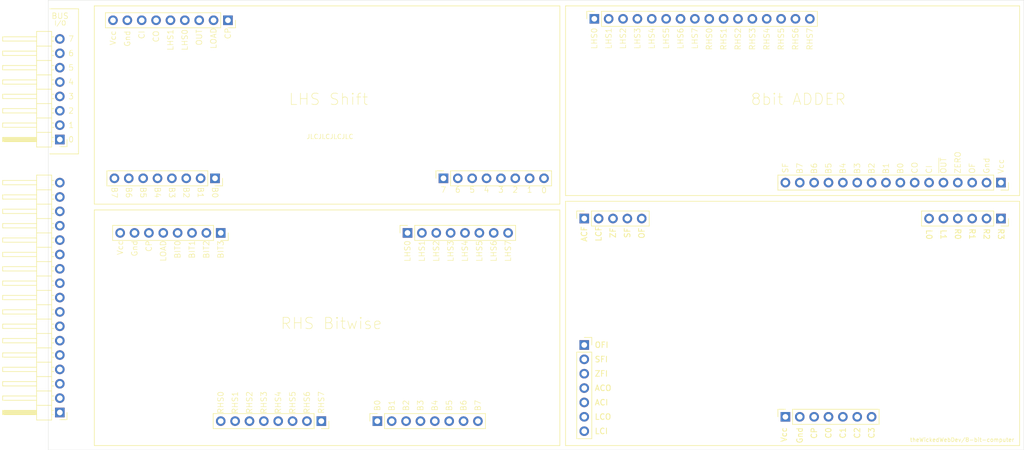
<source format=kicad_pcb>
(kicad_pcb (version 20171130) (host pcbnew "(5.1.10-1-10_14)")

  (general
    (thickness 1.6)
    (drawings 153)
    (tracks 0)
    (zones 0)
    (modules 15)
    (nets 52)
  )

  (page A4)
  (layers
    (0 F.Cu signal)
    (31 B.Cu signal)
    (32 B.Adhes user)
    (33 F.Adhes user)
    (34 B.Paste user)
    (35 F.Paste user)
    (36 B.SilkS user)
    (37 F.SilkS user)
    (38 B.Mask user)
    (39 F.Mask user)
    (40 Dwgs.User user)
    (41 Cmts.User user)
    (42 Eco1.User user)
    (43 Eco2.User user)
    (44 Edge.Cuts user)
    (45 Margin user)
    (46 B.CrtYd user)
    (47 F.CrtYd user)
    (48 B.Fab user hide)
    (49 F.Fab user hide)
  )

  (setup
    (last_trace_width 0.25)
    (trace_clearance 0.2)
    (zone_clearance 0.508)
    (zone_45_only no)
    (trace_min 0.2)
    (via_size 0.8)
    (via_drill 0.4)
    (via_min_size 0.4)
    (via_min_drill 0.3)
    (uvia_size 0.3)
    (uvia_drill 0.1)
    (uvias_allowed no)
    (uvia_min_size 0.2)
    (uvia_min_drill 0.1)
    (edge_width 0.05)
    (segment_width 0.2)
    (pcb_text_width 0.3)
    (pcb_text_size 1.5 1.5)
    (mod_edge_width 0.12)
    (mod_text_size 1 1)
    (mod_text_width 0.15)
    (pad_size 1.524 1.524)
    (pad_drill 0.762)
    (pad_to_mask_clearance 0)
    (aux_axis_origin 0 0)
    (visible_elements FFFFFF7F)
    (pcbplotparams
      (layerselection 0x010fc_ffffffff)
      (usegerberextensions false)
      (usegerberattributes true)
      (usegerberadvancedattributes true)
      (creategerberjobfile true)
      (excludeedgelayer true)
      (linewidth 0.100000)
      (plotframeref false)
      (viasonmask false)
      (mode 1)
      (useauxorigin false)
      (hpglpennumber 1)
      (hpglpenspeed 20)
      (hpglpendiameter 15.000000)
      (psnegative false)
      (psa4output false)
      (plotreference true)
      (plotvalue true)
      (plotinvisibletext false)
      (padsonsilk false)
      (subtractmaskfromsilk false)
      (outputformat 1)
      (mirror false)
      (drillshape 1)
      (scaleselection 1)
      (outputdirectory ""))
  )

  (net 0 "")
  (net 1 CLOCK)
  (net 2 LHS0)
  (net 3 LHS1)
  (net 4 VCC)
  (net 5 GND)
  (net 6 BIT0)
  (net 7 BIT1)
  (net 8 BIT2)
  (net 9 BIT3)
  (net 10 ALU_OUT)
  (net 11 LHS_IN)
  (net 12 LHS_OUT)
  (net 13 RHS_IN)
  (net 14 F0)
  (net 15 F1)
  (net 16 F2)
  (net 17 F3)
  (net 18 BUS7)
  (net 19 BUS6)
  (net 20 BUS5)
  (net 21 BUS4)
  (net 22 BUS3)
  (net 23 BUS2)
  (net 24 BUS1)
  (net 25 BUS0)
  (net 26 LHS2)
  (net 27 LHS3)
  (net 28 LHS4)
  (net 29 LHS5)
  (net 30 LHS6)
  (net 31 LHS7)
  (net 32 RHS0)
  (net 33 RHS1)
  (net 34 RHS2)
  (net 35 RHS3)
  (net 36 RHS4)
  (net 37 RHS5)
  (net 38 RHS6)
  (net 39 RHS7)
  (net 40 OVERFLOW_FLAG)
  (net 41 SIGN_FLAG)
  (net 42 ZERO_FLAG)
  (net 43 LCF_FLAG)
  (net 44 ACF_FLAG)
  (net 45 SF_OUT)
  (net 46 ZERO_OUT)
  (net 47 OF_OUT)
  (net 48 LCI)
  (net 49 LCO)
  (net 50 ACO)
  (net 51 ACI)

  (net_class Default "This is the default net class."
    (clearance 0.2)
    (trace_width 0.25)
    (via_dia 0.8)
    (via_drill 0.4)
    (uvia_dia 0.3)
    (uvia_drill 0.1)
    (add_net ACF_FLAG)
    (add_net ACI)
    (add_net ACO)
    (add_net ALU_OUT)
    (add_net BIT0)
    (add_net BIT1)
    (add_net BIT2)
    (add_net BIT3)
    (add_net BUS0)
    (add_net BUS1)
    (add_net BUS2)
    (add_net BUS3)
    (add_net BUS4)
    (add_net BUS5)
    (add_net BUS6)
    (add_net BUS7)
    (add_net CLOCK)
    (add_net F0)
    (add_net F1)
    (add_net F2)
    (add_net F3)
    (add_net GND)
    (add_net LCF_FLAG)
    (add_net LCI)
    (add_net LCO)
    (add_net LHS0)
    (add_net LHS1)
    (add_net LHS2)
    (add_net LHS3)
    (add_net LHS4)
    (add_net LHS5)
    (add_net LHS6)
    (add_net LHS7)
    (add_net LHS_IN)
    (add_net LHS_OUT)
    (add_net OF_OUT)
    (add_net OVERFLOW_FLAG)
    (add_net RHS0)
    (add_net RHS1)
    (add_net RHS2)
    (add_net RHS3)
    (add_net RHS4)
    (add_net RHS5)
    (add_net RHS6)
    (add_net RHS7)
    (add_net RHS_IN)
    (add_net SF_OUT)
    (add_net SIGN_FLAG)
    (add_net VCC)
    (add_net ZERO_FLAG)
    (add_net ZERO_OUT)
  )

  (module Connector_PinHeader_2.54mm:PinHeader_1x08_P2.54mm_Horizontal (layer F.Cu) (tedit 59FED5CB) (tstamp 61878873)
    (at 83.058 92.202 180)
    (descr "Through hole angled pin header, 1x08, 2.54mm pitch, 6mm pin length, single row")
    (tags "Through hole angled pin header THT 1x08 2.54mm single row")
    (path /626AC797)
    (fp_text reference J4 (at 4.385 -2.27) (layer F.SilkS) hide
      (effects (font (size 1 1) (thickness 0.15)))
    )
    (fp_text value Conn_01x08 (at 4.385 20.05) (layer F.Fab)
      (effects (font (size 1 1) (thickness 0.15)))
    )
    (fp_text user %R (at 2.77 8.89 90) (layer F.Fab)
      (effects (font (size 1 1) (thickness 0.15)))
    )
    (fp_line (start 2.135 -1.27) (end 4.04 -1.27) (layer F.Fab) (width 0.1))
    (fp_line (start 4.04 -1.27) (end 4.04 19.05) (layer F.Fab) (width 0.1))
    (fp_line (start 4.04 19.05) (end 1.5 19.05) (layer F.Fab) (width 0.1))
    (fp_line (start 1.5 19.05) (end 1.5 -0.635) (layer F.Fab) (width 0.1))
    (fp_line (start 1.5 -0.635) (end 2.135 -1.27) (layer F.Fab) (width 0.1))
    (fp_line (start -0.32 -0.32) (end 1.5 -0.32) (layer F.Fab) (width 0.1))
    (fp_line (start -0.32 -0.32) (end -0.32 0.32) (layer F.Fab) (width 0.1))
    (fp_line (start -0.32 0.32) (end 1.5 0.32) (layer F.Fab) (width 0.1))
    (fp_line (start 4.04 -0.32) (end 10.04 -0.32) (layer F.Fab) (width 0.1))
    (fp_line (start 10.04 -0.32) (end 10.04 0.32) (layer F.Fab) (width 0.1))
    (fp_line (start 4.04 0.32) (end 10.04 0.32) (layer F.Fab) (width 0.1))
    (fp_line (start -0.32 2.22) (end 1.5 2.22) (layer F.Fab) (width 0.1))
    (fp_line (start -0.32 2.22) (end -0.32 2.86) (layer F.Fab) (width 0.1))
    (fp_line (start -0.32 2.86) (end 1.5 2.86) (layer F.Fab) (width 0.1))
    (fp_line (start 4.04 2.22) (end 10.04 2.22) (layer F.Fab) (width 0.1))
    (fp_line (start 10.04 2.22) (end 10.04 2.86) (layer F.Fab) (width 0.1))
    (fp_line (start 4.04 2.86) (end 10.04 2.86) (layer F.Fab) (width 0.1))
    (fp_line (start -0.32 4.76) (end 1.5 4.76) (layer F.Fab) (width 0.1))
    (fp_line (start -0.32 4.76) (end -0.32 5.4) (layer F.Fab) (width 0.1))
    (fp_line (start -0.32 5.4) (end 1.5 5.4) (layer F.Fab) (width 0.1))
    (fp_line (start 4.04 4.76) (end 10.04 4.76) (layer F.Fab) (width 0.1))
    (fp_line (start 10.04 4.76) (end 10.04 5.4) (layer F.Fab) (width 0.1))
    (fp_line (start 4.04 5.4) (end 10.04 5.4) (layer F.Fab) (width 0.1))
    (fp_line (start -0.32 7.3) (end 1.5 7.3) (layer F.Fab) (width 0.1))
    (fp_line (start -0.32 7.3) (end -0.32 7.94) (layer F.Fab) (width 0.1))
    (fp_line (start -0.32 7.94) (end 1.5 7.94) (layer F.Fab) (width 0.1))
    (fp_line (start 4.04 7.3) (end 10.04 7.3) (layer F.Fab) (width 0.1))
    (fp_line (start 10.04 7.3) (end 10.04 7.94) (layer F.Fab) (width 0.1))
    (fp_line (start 4.04 7.94) (end 10.04 7.94) (layer F.Fab) (width 0.1))
    (fp_line (start -0.32 9.84) (end 1.5 9.84) (layer F.Fab) (width 0.1))
    (fp_line (start -0.32 9.84) (end -0.32 10.48) (layer F.Fab) (width 0.1))
    (fp_line (start -0.32 10.48) (end 1.5 10.48) (layer F.Fab) (width 0.1))
    (fp_line (start 4.04 9.84) (end 10.04 9.84) (layer F.Fab) (width 0.1))
    (fp_line (start 10.04 9.84) (end 10.04 10.48) (layer F.Fab) (width 0.1))
    (fp_line (start 4.04 10.48) (end 10.04 10.48) (layer F.Fab) (width 0.1))
    (fp_line (start -0.32 12.38) (end 1.5 12.38) (layer F.Fab) (width 0.1))
    (fp_line (start -0.32 12.38) (end -0.32 13.02) (layer F.Fab) (width 0.1))
    (fp_line (start -0.32 13.02) (end 1.5 13.02) (layer F.Fab) (width 0.1))
    (fp_line (start 4.04 12.38) (end 10.04 12.38) (layer F.Fab) (width 0.1))
    (fp_line (start 10.04 12.38) (end 10.04 13.02) (layer F.Fab) (width 0.1))
    (fp_line (start 4.04 13.02) (end 10.04 13.02) (layer F.Fab) (width 0.1))
    (fp_line (start -0.32 14.92) (end 1.5 14.92) (layer F.Fab) (width 0.1))
    (fp_line (start -0.32 14.92) (end -0.32 15.56) (layer F.Fab) (width 0.1))
    (fp_line (start -0.32 15.56) (end 1.5 15.56) (layer F.Fab) (width 0.1))
    (fp_line (start 4.04 14.92) (end 10.04 14.92) (layer F.Fab) (width 0.1))
    (fp_line (start 10.04 14.92) (end 10.04 15.56) (layer F.Fab) (width 0.1))
    (fp_line (start 4.04 15.56) (end 10.04 15.56) (layer F.Fab) (width 0.1))
    (fp_line (start -0.32 17.46) (end 1.5 17.46) (layer F.Fab) (width 0.1))
    (fp_line (start -0.32 17.46) (end -0.32 18.1) (layer F.Fab) (width 0.1))
    (fp_line (start -0.32 18.1) (end 1.5 18.1) (layer F.Fab) (width 0.1))
    (fp_line (start 4.04 17.46) (end 10.04 17.46) (layer F.Fab) (width 0.1))
    (fp_line (start 10.04 17.46) (end 10.04 18.1) (layer F.Fab) (width 0.1))
    (fp_line (start 4.04 18.1) (end 10.04 18.1) (layer F.Fab) (width 0.1))
    (fp_line (start 1.44 -1.33) (end 1.44 19.11) (layer F.SilkS) (width 0.12))
    (fp_line (start 1.44 19.11) (end 4.1 19.11) (layer F.SilkS) (width 0.12))
    (fp_line (start 4.1 19.11) (end 4.1 -1.33) (layer F.SilkS) (width 0.12))
    (fp_line (start 4.1 -1.33) (end 1.44 -1.33) (layer F.SilkS) (width 0.12))
    (fp_line (start 4.1 -0.38) (end 10.1 -0.38) (layer F.SilkS) (width 0.12))
    (fp_line (start 10.1 -0.38) (end 10.1 0.38) (layer F.SilkS) (width 0.12))
    (fp_line (start 10.1 0.38) (end 4.1 0.38) (layer F.SilkS) (width 0.12))
    (fp_line (start 4.1 -0.32) (end 10.1 -0.32) (layer F.SilkS) (width 0.12))
    (fp_line (start 4.1 -0.2) (end 10.1 -0.2) (layer F.SilkS) (width 0.12))
    (fp_line (start 4.1 -0.08) (end 10.1 -0.08) (layer F.SilkS) (width 0.12))
    (fp_line (start 4.1 0.04) (end 10.1 0.04) (layer F.SilkS) (width 0.12))
    (fp_line (start 4.1 0.16) (end 10.1 0.16) (layer F.SilkS) (width 0.12))
    (fp_line (start 4.1 0.28) (end 10.1 0.28) (layer F.SilkS) (width 0.12))
    (fp_line (start 1.11 -0.38) (end 1.44 -0.38) (layer F.SilkS) (width 0.12))
    (fp_line (start 1.11 0.38) (end 1.44 0.38) (layer F.SilkS) (width 0.12))
    (fp_line (start 1.44 1.27) (end 4.1 1.27) (layer F.SilkS) (width 0.12))
    (fp_line (start 4.1 2.16) (end 10.1 2.16) (layer F.SilkS) (width 0.12))
    (fp_line (start 10.1 2.16) (end 10.1 2.92) (layer F.SilkS) (width 0.12))
    (fp_line (start 10.1 2.92) (end 4.1 2.92) (layer F.SilkS) (width 0.12))
    (fp_line (start 1.042929 2.16) (end 1.44 2.16) (layer F.SilkS) (width 0.12))
    (fp_line (start 1.042929 2.92) (end 1.44 2.92) (layer F.SilkS) (width 0.12))
    (fp_line (start 1.44 3.81) (end 4.1 3.81) (layer F.SilkS) (width 0.12))
    (fp_line (start 4.1 4.7) (end 10.1 4.7) (layer F.SilkS) (width 0.12))
    (fp_line (start 10.1 4.7) (end 10.1 5.46) (layer F.SilkS) (width 0.12))
    (fp_line (start 10.1 5.46) (end 4.1 5.46) (layer F.SilkS) (width 0.12))
    (fp_line (start 1.042929 4.7) (end 1.44 4.7) (layer F.SilkS) (width 0.12))
    (fp_line (start 1.042929 5.46) (end 1.44 5.46) (layer F.SilkS) (width 0.12))
    (fp_line (start 1.44 6.35) (end 4.1 6.35) (layer F.SilkS) (width 0.12))
    (fp_line (start 4.1 7.24) (end 10.1 7.24) (layer F.SilkS) (width 0.12))
    (fp_line (start 10.1 7.24) (end 10.1 8) (layer F.SilkS) (width 0.12))
    (fp_line (start 10.1 8) (end 4.1 8) (layer F.SilkS) (width 0.12))
    (fp_line (start 1.042929 7.24) (end 1.44 7.24) (layer F.SilkS) (width 0.12))
    (fp_line (start 1.042929 8) (end 1.44 8) (layer F.SilkS) (width 0.12))
    (fp_line (start 1.44 8.89) (end 4.1 8.89) (layer F.SilkS) (width 0.12))
    (fp_line (start 4.1 9.78) (end 10.1 9.78) (layer F.SilkS) (width 0.12))
    (fp_line (start 10.1 9.78) (end 10.1 10.54) (layer F.SilkS) (width 0.12))
    (fp_line (start 10.1 10.54) (end 4.1 10.54) (layer F.SilkS) (width 0.12))
    (fp_line (start 1.042929 9.78) (end 1.44 9.78) (layer F.SilkS) (width 0.12))
    (fp_line (start 1.042929 10.54) (end 1.44 10.54) (layer F.SilkS) (width 0.12))
    (fp_line (start 1.44 11.43) (end 4.1 11.43) (layer F.SilkS) (width 0.12))
    (fp_line (start 4.1 12.32) (end 10.1 12.32) (layer F.SilkS) (width 0.12))
    (fp_line (start 10.1 12.32) (end 10.1 13.08) (layer F.SilkS) (width 0.12))
    (fp_line (start 10.1 13.08) (end 4.1 13.08) (layer F.SilkS) (width 0.12))
    (fp_line (start 1.042929 12.32) (end 1.44 12.32) (layer F.SilkS) (width 0.12))
    (fp_line (start 1.042929 13.08) (end 1.44 13.08) (layer F.SilkS) (width 0.12))
    (fp_line (start 1.44 13.97) (end 4.1 13.97) (layer F.SilkS) (width 0.12))
    (fp_line (start 4.1 14.86) (end 10.1 14.86) (layer F.SilkS) (width 0.12))
    (fp_line (start 10.1 14.86) (end 10.1 15.62) (layer F.SilkS) (width 0.12))
    (fp_line (start 10.1 15.62) (end 4.1 15.62) (layer F.SilkS) (width 0.12))
    (fp_line (start 1.042929 14.86) (end 1.44 14.86) (layer F.SilkS) (width 0.12))
    (fp_line (start 1.042929 15.62) (end 1.44 15.62) (layer F.SilkS) (width 0.12))
    (fp_line (start 1.44 16.51) (end 4.1 16.51) (layer F.SilkS) (width 0.12))
    (fp_line (start 4.1 17.4) (end 10.1 17.4) (layer F.SilkS) (width 0.12))
    (fp_line (start 10.1 17.4) (end 10.1 18.16) (layer F.SilkS) (width 0.12))
    (fp_line (start 10.1 18.16) (end 4.1 18.16) (layer F.SilkS) (width 0.12))
    (fp_line (start 1.042929 17.4) (end 1.44 17.4) (layer F.SilkS) (width 0.12))
    (fp_line (start 1.042929 18.16) (end 1.44 18.16) (layer F.SilkS) (width 0.12))
    (fp_line (start -1.27 0) (end -1.27 -1.27) (layer F.SilkS) (width 0.12))
    (fp_line (start -1.27 -1.27) (end 0 -1.27) (layer F.SilkS) (width 0.12))
    (fp_line (start -1.8 -1.8) (end -1.8 19.55) (layer F.CrtYd) (width 0.05))
    (fp_line (start -1.8 19.55) (end 10.55 19.55) (layer F.CrtYd) (width 0.05))
    (fp_line (start 10.55 19.55) (end 10.55 -1.8) (layer F.CrtYd) (width 0.05))
    (fp_line (start 10.55 -1.8) (end -1.8 -1.8) (layer F.CrtYd) (width 0.05))
    (pad 8 thru_hole oval (at 0 17.78 180) (size 1.7 1.7) (drill 1) (layers *.Cu *.Mask)
      (net 18 BUS7))
    (pad 7 thru_hole oval (at 0 15.24 180) (size 1.7 1.7) (drill 1) (layers *.Cu *.Mask)
      (net 19 BUS6))
    (pad 6 thru_hole oval (at 0 12.7 180) (size 1.7 1.7) (drill 1) (layers *.Cu *.Mask)
      (net 20 BUS5))
    (pad 5 thru_hole oval (at 0 10.16 180) (size 1.7 1.7) (drill 1) (layers *.Cu *.Mask)
      (net 21 BUS4))
    (pad 4 thru_hole oval (at 0 7.62 180) (size 1.7 1.7) (drill 1) (layers *.Cu *.Mask)
      (net 22 BUS3))
    (pad 3 thru_hole oval (at 0 5.08 180) (size 1.7 1.7) (drill 1) (layers *.Cu *.Mask)
      (net 23 BUS2))
    (pad 2 thru_hole oval (at 0 2.54 180) (size 1.7 1.7) (drill 1) (layers *.Cu *.Mask)
      (net 24 BUS1))
    (pad 1 thru_hole rect (at 0 0 180) (size 1.7 1.7) (drill 1) (layers *.Cu *.Mask)
      (net 25 BUS0))
    (model ${KISYS3DMOD}/Connector_PinHeader_2.54mm.3dshapes/PinHeader_1x08_P2.54mm_Horizontal.wrl
      (at (xyz 0 0 0))
      (scale (xyz 1 1 1))
      (rotate (xyz 0 0 0))
    )
  )

  (module Connector_PinSocket_2.54mm:PinSocket_1x07_P2.54mm_Vertical (layer F.Cu) (tedit 5A19A433) (tstamp 6186BAC3)
    (at 175.768 128.524)
    (descr "Through hole straight socket strip, 1x07, 2.54mm pitch, single row (from Kicad 4.0.7), script generated")
    (tags "Through hole socket strip THT 1x07 2.54mm single row")
    (path /626D949D)
    (fp_text reference J15 (at 0 -2.77) (layer F.SilkS) hide
      (effects (font (size 1 1) (thickness 0.15)))
    )
    (fp_text value Conn_01x07 (at 0 18.01) (layer F.Fab)
      (effects (font (size 1 1) (thickness 0.15)))
    )
    (fp_line (start -1.8 17) (end -1.8 -1.8) (layer F.CrtYd) (width 0.05))
    (fp_line (start 1.75 17) (end -1.8 17) (layer F.CrtYd) (width 0.05))
    (fp_line (start 1.75 -1.8) (end 1.75 17) (layer F.CrtYd) (width 0.05))
    (fp_line (start -1.8 -1.8) (end 1.75 -1.8) (layer F.CrtYd) (width 0.05))
    (fp_line (start 0 -1.33) (end 1.33 -1.33) (layer F.SilkS) (width 0.12))
    (fp_line (start 1.33 -1.33) (end 1.33 0) (layer F.SilkS) (width 0.12))
    (fp_line (start 1.33 1.27) (end 1.33 16.57) (layer F.SilkS) (width 0.12))
    (fp_line (start -1.33 16.57) (end 1.33 16.57) (layer F.SilkS) (width 0.12))
    (fp_line (start -1.33 1.27) (end -1.33 16.57) (layer F.SilkS) (width 0.12))
    (fp_line (start -1.33 1.27) (end 1.33 1.27) (layer F.SilkS) (width 0.12))
    (fp_line (start -1.27 16.51) (end -1.27 -1.27) (layer F.Fab) (width 0.1))
    (fp_line (start 1.27 16.51) (end -1.27 16.51) (layer F.Fab) (width 0.1))
    (fp_line (start 1.27 -0.635) (end 1.27 16.51) (layer F.Fab) (width 0.1))
    (fp_line (start 0.635 -1.27) (end 1.27 -0.635) (layer F.Fab) (width 0.1))
    (fp_line (start -1.27 -1.27) (end 0.635 -1.27) (layer F.Fab) (width 0.1))
    (fp_text user %R (at 0 7.62 90) (layer F.Fab)
      (effects (font (size 1 1) (thickness 0.15)))
    )
    (pad 7 thru_hole oval (at 0 15.24) (size 1.7 1.7) (drill 1) (layers *.Cu *.Mask)
      (net 48 LCI))
    (pad 6 thru_hole oval (at 0 12.7) (size 1.7 1.7) (drill 1) (layers *.Cu *.Mask)
      (net 49 LCO))
    (pad 5 thru_hole oval (at 0 10.16) (size 1.7 1.7) (drill 1) (layers *.Cu *.Mask)
      (net 51 ACI))
    (pad 4 thru_hole oval (at 0 7.62) (size 1.7 1.7) (drill 1) (layers *.Cu *.Mask)
      (net 50 ACO))
    (pad 3 thru_hole oval (at 0 5.08) (size 1.7 1.7) (drill 1) (layers *.Cu *.Mask)
      (net 46 ZERO_OUT))
    (pad 2 thru_hole oval (at 0 2.54) (size 1.7 1.7) (drill 1) (layers *.Cu *.Mask)
      (net 45 SF_OUT))
    (pad 1 thru_hole rect (at 0 0) (size 1.7 1.7) (drill 1) (layers *.Cu *.Mask)
      (net 47 OF_OUT))
    (model ${KISYS3DMOD}/Connector_PinSocket_2.54mm.3dshapes/PinSocket_1x07_P2.54mm_Vertical.wrl
      (at (xyz 0 0 0))
      (scale (xyz 1 1 1))
      (rotate (xyz 0 0 0))
    )
  )

  (module Connector_PinSocket_2.54mm:PinSocket_1x16_P2.54mm_Vertical (layer F.Cu) (tedit 5A19A41E) (tstamp 61867F27)
    (at 249.428 99.822 270)
    (descr "Through hole straight socket strip, 1x16, 2.54mm pitch, single row (from Kicad 4.0.7), script generated")
    (tags "Through hole socket strip THT 1x16 2.54mm single row")
    (path /626C6465)
    (fp_text reference J10 (at 0 -2.77 270) (layer F.SilkS) hide
      (effects (font (size 1 1) (thickness 0.15)))
    )
    (fp_text value Conn_01x16 (at 0 40.87 270) (layer F.Fab)
      (effects (font (size 1 1) (thickness 0.15)))
    )
    (fp_text user %R (at 0 19.05 180) (layer F.Fab)
      (effects (font (size 1 1) (thickness 0.15)))
    )
    (fp_line (start -1.27 -1.27) (end 0.635 -1.27) (layer F.Fab) (width 0.1))
    (fp_line (start 0.635 -1.27) (end 1.27 -0.635) (layer F.Fab) (width 0.1))
    (fp_line (start 1.27 -0.635) (end 1.27 39.37) (layer F.Fab) (width 0.1))
    (fp_line (start 1.27 39.37) (end -1.27 39.37) (layer F.Fab) (width 0.1))
    (fp_line (start -1.27 39.37) (end -1.27 -1.27) (layer F.Fab) (width 0.1))
    (fp_line (start -1.33 1.27) (end 1.33 1.27) (layer F.SilkS) (width 0.12))
    (fp_line (start -1.33 1.27) (end -1.33 39.43) (layer F.SilkS) (width 0.12))
    (fp_line (start -1.33 39.43) (end 1.33 39.43) (layer F.SilkS) (width 0.12))
    (fp_line (start 1.33 1.27) (end 1.33 39.43) (layer F.SilkS) (width 0.12))
    (fp_line (start 1.33 -1.33) (end 1.33 0) (layer F.SilkS) (width 0.12))
    (fp_line (start 0 -1.33) (end 1.33 -1.33) (layer F.SilkS) (width 0.12))
    (fp_line (start -1.8 -1.8) (end 1.75 -1.8) (layer F.CrtYd) (width 0.05))
    (fp_line (start 1.75 -1.8) (end 1.75 39.9) (layer F.CrtYd) (width 0.05))
    (fp_line (start 1.75 39.9) (end -1.8 39.9) (layer F.CrtYd) (width 0.05))
    (fp_line (start -1.8 39.9) (end -1.8 -1.8) (layer F.CrtYd) (width 0.05))
    (pad 16 thru_hole oval (at 0 38.1 270) (size 1.7 1.7) (drill 1) (layers *.Cu *.Mask)
      (net 45 SF_OUT))
    (pad 15 thru_hole oval (at 0 35.56 270) (size 1.7 1.7) (drill 1) (layers *.Cu *.Mask)
      (net 18 BUS7))
    (pad 14 thru_hole oval (at 0 33.02 270) (size 1.7 1.7) (drill 1) (layers *.Cu *.Mask)
      (net 19 BUS6))
    (pad 13 thru_hole oval (at 0 30.48 270) (size 1.7 1.7) (drill 1) (layers *.Cu *.Mask)
      (net 20 BUS5))
    (pad 12 thru_hole oval (at 0 27.94 270) (size 1.7 1.7) (drill 1) (layers *.Cu *.Mask)
      (net 21 BUS4))
    (pad 11 thru_hole oval (at 0 25.4 270) (size 1.7 1.7) (drill 1) (layers *.Cu *.Mask)
      (net 22 BUS3))
    (pad 10 thru_hole oval (at 0 22.86 270) (size 1.7 1.7) (drill 1) (layers *.Cu *.Mask)
      (net 23 BUS2))
    (pad 9 thru_hole oval (at 0 20.32 270) (size 1.7 1.7) (drill 1) (layers *.Cu *.Mask)
      (net 24 BUS1))
    (pad 8 thru_hole oval (at 0 17.78 270) (size 1.7 1.7) (drill 1) (layers *.Cu *.Mask)
      (net 25 BUS0))
    (pad 7 thru_hole oval (at 0 15.24 270) (size 1.7 1.7) (drill 1) (layers *.Cu *.Mask)
      (net 50 ACO))
    (pad 6 thru_hole oval (at 0 12.7 270) (size 1.7 1.7) (drill 1) (layers *.Cu *.Mask)
      (net 51 ACI))
    (pad 5 thru_hole oval (at 0 10.16 270) (size 1.7 1.7) (drill 1) (layers *.Cu *.Mask)
      (net 10 ALU_OUT))
    (pad 4 thru_hole oval (at 0 7.62 270) (size 1.7 1.7) (drill 1) (layers *.Cu *.Mask)
      (net 46 ZERO_OUT))
    (pad 3 thru_hole oval (at 0 5.08 270) (size 1.7 1.7) (drill 1) (layers *.Cu *.Mask)
      (net 47 OF_OUT))
    (pad 2 thru_hole oval (at 0 2.54 270) (size 1.7 1.7) (drill 1) (layers *.Cu *.Mask)
      (net 5 GND))
    (pad 1 thru_hole rect (at 0 0 270) (size 1.7 1.7) (drill 1) (layers *.Cu *.Mask)
      (net 4 VCC))
    (model ${KISYS3DMOD}/Connector_PinSocket_2.54mm.3dshapes/PinSocket_1x16_P2.54mm_Vertical.wrl
      (at (xyz 0 0 0))
      (scale (xyz 1 1 1))
      (rotate (xyz 0 0 0))
    )
  )

  (module Connector_PinSocket_2.54mm:PinSocket_1x07_P2.54mm_Vertical (layer F.Cu) (tedit 5A19A433) (tstamp 6186BAA8)
    (at 211.328 141.224 90)
    (descr "Through hole straight socket strip, 1x07, 2.54mm pitch, single row (from Kicad 4.0.7), script generated")
    (tags "Through hole socket strip THT 1x07 2.54mm single row")
    (path /626D8145)
    (fp_text reference J14 (at 0 -2.77 90) (layer F.SilkS) hide
      (effects (font (size 1 1) (thickness 0.15)))
    )
    (fp_text value Conn_01x07 (at 0 18.01 90) (layer F.Fab)
      (effects (font (size 1 1) (thickness 0.15)))
    )
    (fp_line (start -1.8 17) (end -1.8 -1.8) (layer F.CrtYd) (width 0.05))
    (fp_line (start 1.75 17) (end -1.8 17) (layer F.CrtYd) (width 0.05))
    (fp_line (start 1.75 -1.8) (end 1.75 17) (layer F.CrtYd) (width 0.05))
    (fp_line (start -1.8 -1.8) (end 1.75 -1.8) (layer F.CrtYd) (width 0.05))
    (fp_line (start 0 -1.33) (end 1.33 -1.33) (layer F.SilkS) (width 0.12))
    (fp_line (start 1.33 -1.33) (end 1.33 0) (layer F.SilkS) (width 0.12))
    (fp_line (start 1.33 1.27) (end 1.33 16.57) (layer F.SilkS) (width 0.12))
    (fp_line (start -1.33 16.57) (end 1.33 16.57) (layer F.SilkS) (width 0.12))
    (fp_line (start -1.33 1.27) (end -1.33 16.57) (layer F.SilkS) (width 0.12))
    (fp_line (start -1.33 1.27) (end 1.33 1.27) (layer F.SilkS) (width 0.12))
    (fp_line (start -1.27 16.51) (end -1.27 -1.27) (layer F.Fab) (width 0.1))
    (fp_line (start 1.27 16.51) (end -1.27 16.51) (layer F.Fab) (width 0.1))
    (fp_line (start 1.27 -0.635) (end 1.27 16.51) (layer F.Fab) (width 0.1))
    (fp_line (start 0.635 -1.27) (end 1.27 -0.635) (layer F.Fab) (width 0.1))
    (fp_line (start -1.27 -1.27) (end 0.635 -1.27) (layer F.Fab) (width 0.1))
    (fp_text user %R (at 0 7.62) (layer F.Fab)
      (effects (font (size 1 1) (thickness 0.15)))
    )
    (pad 7 thru_hole oval (at 0 15.24 90) (size 1.7 1.7) (drill 1) (layers *.Cu *.Mask)
      (net 17 F3))
    (pad 6 thru_hole oval (at 0 12.7 90) (size 1.7 1.7) (drill 1) (layers *.Cu *.Mask)
      (net 16 F2))
    (pad 5 thru_hole oval (at 0 10.16 90) (size 1.7 1.7) (drill 1) (layers *.Cu *.Mask)
      (net 15 F1))
    (pad 4 thru_hole oval (at 0 7.62 90) (size 1.7 1.7) (drill 1) (layers *.Cu *.Mask)
      (net 14 F0))
    (pad 3 thru_hole oval (at 0 5.08 90) (size 1.7 1.7) (drill 1) (layers *.Cu *.Mask)
      (net 1 CLOCK))
    (pad 2 thru_hole oval (at 0 2.54 90) (size 1.7 1.7) (drill 1) (layers *.Cu *.Mask)
      (net 5 GND))
    (pad 1 thru_hole rect (at 0 0 90) (size 1.7 1.7) (drill 1) (layers *.Cu *.Mask)
      (net 4 VCC))
    (model ${KISYS3DMOD}/Connector_PinSocket_2.54mm.3dshapes/PinSocket_1x07_P2.54mm_Vertical.wrl
      (at (xyz 0 0 0))
      (scale (xyz 1 1 1))
      (rotate (xyz 0 0 0))
    )
  )

  (module Connector_PinSocket_2.54mm:PinSocket_1x06_P2.54mm_Vertical (layer F.Cu) (tedit 5A19A430) (tstamp 6186BA8D)
    (at 249.428 106.172 270)
    (descr "Through hole straight socket strip, 1x06, 2.54mm pitch, single row (from Kicad 4.0.7), script generated")
    (tags "Through hole socket strip THT 1x06 2.54mm single row")
    (path /626D7617)
    (fp_text reference J13 (at 0 -2.77 90) (layer F.SilkS) hide
      (effects (font (size 1 1) (thickness 0.15)))
    )
    (fp_text value Conn_01x06 (at 0 15.47 90) (layer F.Fab)
      (effects (font (size 1 1) (thickness 0.15)))
    )
    (fp_line (start -1.8 14.45) (end -1.8 -1.8) (layer F.CrtYd) (width 0.05))
    (fp_line (start 1.75 14.45) (end -1.8 14.45) (layer F.CrtYd) (width 0.05))
    (fp_line (start 1.75 -1.8) (end 1.75 14.45) (layer F.CrtYd) (width 0.05))
    (fp_line (start -1.8 -1.8) (end 1.75 -1.8) (layer F.CrtYd) (width 0.05))
    (fp_line (start 0 -1.33) (end 1.33 -1.33) (layer F.SilkS) (width 0.12))
    (fp_line (start 1.33 -1.33) (end 1.33 0) (layer F.SilkS) (width 0.12))
    (fp_line (start 1.33 1.27) (end 1.33 14.03) (layer F.SilkS) (width 0.12))
    (fp_line (start -1.33 14.03) (end 1.33 14.03) (layer F.SilkS) (width 0.12))
    (fp_line (start -1.33 1.27) (end -1.33 14.03) (layer F.SilkS) (width 0.12))
    (fp_line (start -1.33 1.27) (end 1.33 1.27) (layer F.SilkS) (width 0.12))
    (fp_line (start -1.27 13.97) (end -1.27 -1.27) (layer F.Fab) (width 0.1))
    (fp_line (start 1.27 13.97) (end -1.27 13.97) (layer F.Fab) (width 0.1))
    (fp_line (start 1.27 -0.635) (end 1.27 13.97) (layer F.Fab) (width 0.1))
    (fp_line (start 0.635 -1.27) (end 1.27 -0.635) (layer F.Fab) (width 0.1))
    (fp_line (start -1.27 -1.27) (end 0.635 -1.27) (layer F.Fab) (width 0.1))
    (fp_text user %R (at 0 6.35) (layer F.Fab)
      (effects (font (size 1 1) (thickness 0.15)))
    )
    (pad 6 thru_hole oval (at 0 12.7 270) (size 1.7 1.7) (drill 1) (layers *.Cu *.Mask)
      (net 2 LHS0))
    (pad 5 thru_hole oval (at 0 10.16 270) (size 1.7 1.7) (drill 1) (layers *.Cu *.Mask)
      (net 3 LHS1))
    (pad 4 thru_hole oval (at 0 7.62 270) (size 1.7 1.7) (drill 1) (layers *.Cu *.Mask)
      (net 6 BIT0))
    (pad 3 thru_hole oval (at 0 5.08 270) (size 1.7 1.7) (drill 1) (layers *.Cu *.Mask)
      (net 7 BIT1))
    (pad 2 thru_hole oval (at 0 2.54 270) (size 1.7 1.7) (drill 1) (layers *.Cu *.Mask)
      (net 8 BIT2))
    (pad 1 thru_hole rect (at 0 0 270) (size 1.7 1.7) (drill 1) (layers *.Cu *.Mask)
      (net 9 BIT3))
    (model ${KISYS3DMOD}/Connector_PinSocket_2.54mm.3dshapes/PinSocket_1x06_P2.54mm_Vertical.wrl
      (at (xyz 0 0 0))
      (scale (xyz 1 1 1))
      (rotate (xyz 0 0 0))
    )
  )

  (module Connector_PinSocket_2.54mm:PinSocket_1x05_P2.54mm_Vertical (layer F.Cu) (tedit 5A19A420) (tstamp 6186BA73)
    (at 175.768 106.172 90)
    (descr "Through hole straight socket strip, 1x05, 2.54mm pitch, single row (from Kicad 4.0.7), script generated")
    (tags "Through hole socket strip THT 1x05 2.54mm single row")
    (path /626D67FB)
    (fp_text reference J12 (at 0 -2.77 90) (layer F.SilkS) hide
      (effects (font (size 1 1) (thickness 0.15)))
    )
    (fp_text value Conn_01x05 (at 0 12.93 90) (layer F.Fab)
      (effects (font (size 1 1) (thickness 0.15)))
    )
    (fp_line (start -1.8 11.9) (end -1.8 -1.8) (layer F.CrtYd) (width 0.05))
    (fp_line (start 1.75 11.9) (end -1.8 11.9) (layer F.CrtYd) (width 0.05))
    (fp_line (start 1.75 -1.8) (end 1.75 11.9) (layer F.CrtYd) (width 0.05))
    (fp_line (start -1.8 -1.8) (end 1.75 -1.8) (layer F.CrtYd) (width 0.05))
    (fp_line (start 0 -1.33) (end 1.33 -1.33) (layer F.SilkS) (width 0.12))
    (fp_line (start 1.33 -1.33) (end 1.33 0) (layer F.SilkS) (width 0.12))
    (fp_line (start 1.33 1.27) (end 1.33 11.49) (layer F.SilkS) (width 0.12))
    (fp_line (start -1.33 11.49) (end 1.33 11.49) (layer F.SilkS) (width 0.12))
    (fp_line (start -1.33 1.27) (end -1.33 11.49) (layer F.SilkS) (width 0.12))
    (fp_line (start -1.33 1.27) (end 1.33 1.27) (layer F.SilkS) (width 0.12))
    (fp_line (start -1.27 11.43) (end -1.27 -1.27) (layer F.Fab) (width 0.1))
    (fp_line (start 1.27 11.43) (end -1.27 11.43) (layer F.Fab) (width 0.1))
    (fp_line (start 1.27 -0.635) (end 1.27 11.43) (layer F.Fab) (width 0.1))
    (fp_line (start 0.635 -1.27) (end 1.27 -0.635) (layer F.Fab) (width 0.1))
    (fp_line (start -1.27 -1.27) (end 0.635 -1.27) (layer F.Fab) (width 0.1))
    (fp_text user %R (at 0 5.08) (layer F.Fab)
      (effects (font (size 1 1) (thickness 0.15)))
    )
    (pad 5 thru_hole oval (at 0 10.16 90) (size 1.7 1.7) (drill 1) (layers *.Cu *.Mask)
      (net 40 OVERFLOW_FLAG))
    (pad 4 thru_hole oval (at 0 7.62 90) (size 1.7 1.7) (drill 1) (layers *.Cu *.Mask)
      (net 41 SIGN_FLAG))
    (pad 3 thru_hole oval (at 0 5.08 90) (size 1.7 1.7) (drill 1) (layers *.Cu *.Mask)
      (net 42 ZERO_FLAG))
    (pad 2 thru_hole oval (at 0 2.54 90) (size 1.7 1.7) (drill 1) (layers *.Cu *.Mask)
      (net 43 LCF_FLAG))
    (pad 1 thru_hole rect (at 0 0 90) (size 1.7 1.7) (drill 1) (layers *.Cu *.Mask)
      (net 44 ACF_FLAG))
    (model ${KISYS3DMOD}/Connector_PinSocket_2.54mm.3dshapes/PinSocket_1x05_P2.54mm_Vertical.wrl
      (at (xyz 0 0 0))
      (scale (xyz 1 1 1))
      (rotate (xyz 0 0 0))
    )
  )

  (module Connector_PinHeader_2.54mm:PinHeader_1x17_P2.54mm_Horizontal (layer F.Cu) (tedit 59FED5CB) (tstamp 6184A40A)
    (at 83.058 140.462 180)
    (descr "Through hole angled pin header, 1x17, 2.54mm pitch, 6mm pin length, single row")
    (tags "Through hole angled pin header THT 1x17 2.54mm single row")
    (path /6269423B)
    (fp_text reference J8 (at 4.318 55.626) (layer F.SilkS) hide
      (effects (font (size 1 1) (thickness 0.15)))
    )
    (fp_text value Conn_01x17 (at 4.385 42.91) (layer F.Fab)
      (effects (font (size 1 1) (thickness 0.15)))
    )
    (fp_line (start 10.55 -1.8) (end -1.8 -1.8) (layer F.CrtYd) (width 0.05))
    (fp_line (start 10.55 42.45) (end 10.55 -1.8) (layer F.CrtYd) (width 0.05))
    (fp_line (start -1.8 42.45) (end 10.55 42.45) (layer F.CrtYd) (width 0.05))
    (fp_line (start -1.8 -1.8) (end -1.8 42.45) (layer F.CrtYd) (width 0.05))
    (fp_line (start -1.27 -1.27) (end 0 -1.27) (layer F.SilkS) (width 0.12))
    (fp_line (start -1.27 0) (end -1.27 -1.27) (layer F.SilkS) (width 0.12))
    (fp_line (start 1.042929 41.02) (end 1.44 41.02) (layer F.SilkS) (width 0.12))
    (fp_line (start 1.042929 40.26) (end 1.44 40.26) (layer F.SilkS) (width 0.12))
    (fp_line (start 10.1 41.02) (end 4.1 41.02) (layer F.SilkS) (width 0.12))
    (fp_line (start 10.1 40.26) (end 10.1 41.02) (layer F.SilkS) (width 0.12))
    (fp_line (start 4.1 40.26) (end 10.1 40.26) (layer F.SilkS) (width 0.12))
    (fp_line (start 1.44 39.37) (end 4.1 39.37) (layer F.SilkS) (width 0.12))
    (fp_line (start 1.042929 38.48) (end 1.44 38.48) (layer F.SilkS) (width 0.12))
    (fp_line (start 1.042929 37.72) (end 1.44 37.72) (layer F.SilkS) (width 0.12))
    (fp_line (start 10.1 38.48) (end 4.1 38.48) (layer F.SilkS) (width 0.12))
    (fp_line (start 10.1 37.72) (end 10.1 38.48) (layer F.SilkS) (width 0.12))
    (fp_line (start 4.1 37.72) (end 10.1 37.72) (layer F.SilkS) (width 0.12))
    (fp_line (start 1.44 36.83) (end 4.1 36.83) (layer F.SilkS) (width 0.12))
    (fp_line (start 1.042929 35.94) (end 1.44 35.94) (layer F.SilkS) (width 0.12))
    (fp_line (start 1.042929 35.18) (end 1.44 35.18) (layer F.SilkS) (width 0.12))
    (fp_line (start 10.1 35.94) (end 4.1 35.94) (layer F.SilkS) (width 0.12))
    (fp_line (start 10.1 35.18) (end 10.1 35.94) (layer F.SilkS) (width 0.12))
    (fp_line (start 4.1 35.18) (end 10.1 35.18) (layer F.SilkS) (width 0.12))
    (fp_line (start 1.44 34.29) (end 4.1 34.29) (layer F.SilkS) (width 0.12))
    (fp_line (start 1.042929 33.4) (end 1.44 33.4) (layer F.SilkS) (width 0.12))
    (fp_line (start 1.042929 32.64) (end 1.44 32.64) (layer F.SilkS) (width 0.12))
    (fp_line (start 10.1 33.4) (end 4.1 33.4) (layer F.SilkS) (width 0.12))
    (fp_line (start 10.1 32.64) (end 10.1 33.4) (layer F.SilkS) (width 0.12))
    (fp_line (start 4.1 32.64) (end 10.1 32.64) (layer F.SilkS) (width 0.12))
    (fp_line (start 1.44 31.75) (end 4.1 31.75) (layer F.SilkS) (width 0.12))
    (fp_line (start 1.042929 30.86) (end 1.44 30.86) (layer F.SilkS) (width 0.12))
    (fp_line (start 1.042929 30.1) (end 1.44 30.1) (layer F.SilkS) (width 0.12))
    (fp_line (start 10.1 30.86) (end 4.1 30.86) (layer F.SilkS) (width 0.12))
    (fp_line (start 10.1 30.1) (end 10.1 30.86) (layer F.SilkS) (width 0.12))
    (fp_line (start 4.1 30.1) (end 10.1 30.1) (layer F.SilkS) (width 0.12))
    (fp_line (start 1.44 29.21) (end 4.1 29.21) (layer F.SilkS) (width 0.12))
    (fp_line (start 1.042929 28.32) (end 1.44 28.32) (layer F.SilkS) (width 0.12))
    (fp_line (start 1.042929 27.56) (end 1.44 27.56) (layer F.SilkS) (width 0.12))
    (fp_line (start 10.1 28.32) (end 4.1 28.32) (layer F.SilkS) (width 0.12))
    (fp_line (start 10.1 27.56) (end 10.1 28.32) (layer F.SilkS) (width 0.12))
    (fp_line (start 4.1 27.56) (end 10.1 27.56) (layer F.SilkS) (width 0.12))
    (fp_line (start 1.44 26.67) (end 4.1 26.67) (layer F.SilkS) (width 0.12))
    (fp_line (start 1.042929 25.78) (end 1.44 25.78) (layer F.SilkS) (width 0.12))
    (fp_line (start 1.042929 25.02) (end 1.44 25.02) (layer F.SilkS) (width 0.12))
    (fp_line (start 10.1 25.78) (end 4.1 25.78) (layer F.SilkS) (width 0.12))
    (fp_line (start 10.1 25.02) (end 10.1 25.78) (layer F.SilkS) (width 0.12))
    (fp_line (start 4.1 25.02) (end 10.1 25.02) (layer F.SilkS) (width 0.12))
    (fp_line (start 1.44 24.13) (end 4.1 24.13) (layer F.SilkS) (width 0.12))
    (fp_line (start 1.042929 23.24) (end 1.44 23.24) (layer F.SilkS) (width 0.12))
    (fp_line (start 1.042929 22.48) (end 1.44 22.48) (layer F.SilkS) (width 0.12))
    (fp_line (start 10.1 23.24) (end 4.1 23.24) (layer F.SilkS) (width 0.12))
    (fp_line (start 10.1 22.48) (end 10.1 23.24) (layer F.SilkS) (width 0.12))
    (fp_line (start 4.1 22.48) (end 10.1 22.48) (layer F.SilkS) (width 0.12))
    (fp_line (start 1.44 21.59) (end 4.1 21.59) (layer F.SilkS) (width 0.12))
    (fp_line (start 1.042929 20.7) (end 1.44 20.7) (layer F.SilkS) (width 0.12))
    (fp_line (start 1.042929 19.94) (end 1.44 19.94) (layer F.SilkS) (width 0.12))
    (fp_line (start 10.1 20.7) (end 4.1 20.7) (layer F.SilkS) (width 0.12))
    (fp_line (start 10.1 19.94) (end 10.1 20.7) (layer F.SilkS) (width 0.12))
    (fp_line (start 4.1 19.94) (end 10.1 19.94) (layer F.SilkS) (width 0.12))
    (fp_line (start 1.44 19.05) (end 4.1 19.05) (layer F.SilkS) (width 0.12))
    (fp_line (start 1.042929 18.16) (end 1.44 18.16) (layer F.SilkS) (width 0.12))
    (fp_line (start 1.042929 17.4) (end 1.44 17.4) (layer F.SilkS) (width 0.12))
    (fp_line (start 10.1 18.16) (end 4.1 18.16) (layer F.SilkS) (width 0.12))
    (fp_line (start 10.1 17.4) (end 10.1 18.16) (layer F.SilkS) (width 0.12))
    (fp_line (start 4.1 17.4) (end 10.1 17.4) (layer F.SilkS) (width 0.12))
    (fp_line (start 1.44 16.51) (end 4.1 16.51) (layer F.SilkS) (width 0.12))
    (fp_line (start 1.042929 15.62) (end 1.44 15.62) (layer F.SilkS) (width 0.12))
    (fp_line (start 1.042929 14.86) (end 1.44 14.86) (layer F.SilkS) (width 0.12))
    (fp_line (start 10.1 15.62) (end 4.1 15.62) (layer F.SilkS) (width 0.12))
    (fp_line (start 10.1 14.86) (end 10.1 15.62) (layer F.SilkS) (width 0.12))
    (fp_line (start 4.1 14.86) (end 10.1 14.86) (layer F.SilkS) (width 0.12))
    (fp_line (start 1.44 13.97) (end 4.1 13.97) (layer F.SilkS) (width 0.12))
    (fp_line (start 1.042929 13.08) (end 1.44 13.08) (layer F.SilkS) (width 0.12))
    (fp_line (start 1.042929 12.32) (end 1.44 12.32) (layer F.SilkS) (width 0.12))
    (fp_line (start 10.1 13.08) (end 4.1 13.08) (layer F.SilkS) (width 0.12))
    (fp_line (start 10.1 12.32) (end 10.1 13.08) (layer F.SilkS) (width 0.12))
    (fp_line (start 4.1 12.32) (end 10.1 12.32) (layer F.SilkS) (width 0.12))
    (fp_line (start 1.44 11.43) (end 4.1 11.43) (layer F.SilkS) (width 0.12))
    (fp_line (start 1.042929 10.54) (end 1.44 10.54) (layer F.SilkS) (width 0.12))
    (fp_line (start 1.042929 9.78) (end 1.44 9.78) (layer F.SilkS) (width 0.12))
    (fp_line (start 10.1 10.54) (end 4.1 10.54) (layer F.SilkS) (width 0.12))
    (fp_line (start 10.1 9.78) (end 10.1 10.54) (layer F.SilkS) (width 0.12))
    (fp_line (start 4.1 9.78) (end 10.1 9.78) (layer F.SilkS) (width 0.12))
    (fp_line (start 1.44 8.89) (end 4.1 8.89) (layer F.SilkS) (width 0.12))
    (fp_line (start 1.042929 8) (end 1.44 8) (layer F.SilkS) (width 0.12))
    (fp_line (start 1.042929 7.24) (end 1.44 7.24) (layer F.SilkS) (width 0.12))
    (fp_line (start 10.1 8) (end 4.1 8) (layer F.SilkS) (width 0.12))
    (fp_line (start 10.1 7.24) (end 10.1 8) (layer F.SilkS) (width 0.12))
    (fp_line (start 4.1 7.24) (end 10.1 7.24) (layer F.SilkS) (width 0.12))
    (fp_line (start 1.44 6.35) (end 4.1 6.35) (layer F.SilkS) (width 0.12))
    (fp_line (start 1.042929 5.46) (end 1.44 5.46) (layer F.SilkS) (width 0.12))
    (fp_line (start 1.042929 4.7) (end 1.44 4.7) (layer F.SilkS) (width 0.12))
    (fp_line (start 10.1 5.46) (end 4.1 5.46) (layer F.SilkS) (width 0.12))
    (fp_line (start 10.1 4.7) (end 10.1 5.46) (layer F.SilkS) (width 0.12))
    (fp_line (start 4.1 4.7) (end 10.1 4.7) (layer F.SilkS) (width 0.12))
    (fp_line (start 1.44 3.81) (end 4.1 3.81) (layer F.SilkS) (width 0.12))
    (fp_line (start 1.042929 2.92) (end 1.44 2.92) (layer F.SilkS) (width 0.12))
    (fp_line (start 1.042929 2.16) (end 1.44 2.16) (layer F.SilkS) (width 0.12))
    (fp_line (start 10.1 2.92) (end 4.1 2.92) (layer F.SilkS) (width 0.12))
    (fp_line (start 10.1 2.16) (end 10.1 2.92) (layer F.SilkS) (width 0.12))
    (fp_line (start 4.1 2.16) (end 10.1 2.16) (layer F.SilkS) (width 0.12))
    (fp_line (start 1.44 1.27) (end 4.1 1.27) (layer F.SilkS) (width 0.12))
    (fp_line (start 1.11 0.38) (end 1.44 0.38) (layer F.SilkS) (width 0.12))
    (fp_line (start 1.11 -0.38) (end 1.44 -0.38) (layer F.SilkS) (width 0.12))
    (fp_line (start 4.1 0.28) (end 10.1 0.28) (layer F.SilkS) (width 0.12))
    (fp_line (start 4.1 0.16) (end 10.1 0.16) (layer F.SilkS) (width 0.12))
    (fp_line (start 4.1 0.04) (end 10.1 0.04) (layer F.SilkS) (width 0.12))
    (fp_line (start 4.1 -0.08) (end 10.1 -0.08) (layer F.SilkS) (width 0.12))
    (fp_line (start 4.1 -0.2) (end 10.1 -0.2) (layer F.SilkS) (width 0.12))
    (fp_line (start 4.1 -0.32) (end 10.1 -0.32) (layer F.SilkS) (width 0.12))
    (fp_line (start 10.1 0.38) (end 4.1 0.38) (layer F.SilkS) (width 0.12))
    (fp_line (start 10.1 -0.38) (end 10.1 0.38) (layer F.SilkS) (width 0.12))
    (fp_line (start 4.1 -0.38) (end 10.1 -0.38) (layer F.SilkS) (width 0.12))
    (fp_line (start 4.1 -1.33) (end 1.44 -1.33) (layer F.SilkS) (width 0.12))
    (fp_line (start 4.1 41.97) (end 4.1 -1.33) (layer F.SilkS) (width 0.12))
    (fp_line (start 1.44 41.97) (end 4.1 41.97) (layer F.SilkS) (width 0.12))
    (fp_line (start 1.44 -1.33) (end 1.44 41.97) (layer F.SilkS) (width 0.12))
    (fp_line (start 4.04 40.96) (end 10.04 40.96) (layer F.Fab) (width 0.1))
    (fp_line (start 10.04 40.32) (end 10.04 40.96) (layer F.Fab) (width 0.1))
    (fp_line (start 4.04 40.32) (end 10.04 40.32) (layer F.Fab) (width 0.1))
    (fp_line (start -0.32 40.96) (end 1.5 40.96) (layer F.Fab) (width 0.1))
    (fp_line (start -0.32 40.32) (end -0.32 40.96) (layer F.Fab) (width 0.1))
    (fp_line (start -0.32 40.32) (end 1.5 40.32) (layer F.Fab) (width 0.1))
    (fp_line (start 4.04 38.42) (end 10.04 38.42) (layer F.Fab) (width 0.1))
    (fp_line (start 10.04 37.78) (end 10.04 38.42) (layer F.Fab) (width 0.1))
    (fp_line (start 4.04 37.78) (end 10.04 37.78) (layer F.Fab) (width 0.1))
    (fp_line (start -0.32 38.42) (end 1.5 38.42) (layer F.Fab) (width 0.1))
    (fp_line (start -0.32 37.78) (end -0.32 38.42) (layer F.Fab) (width 0.1))
    (fp_line (start -0.32 37.78) (end 1.5 37.78) (layer F.Fab) (width 0.1))
    (fp_line (start 4.04 35.88) (end 10.04 35.88) (layer F.Fab) (width 0.1))
    (fp_line (start 10.04 35.24) (end 10.04 35.88) (layer F.Fab) (width 0.1))
    (fp_line (start 4.04 35.24) (end 10.04 35.24) (layer F.Fab) (width 0.1))
    (fp_line (start -0.32 35.88) (end 1.5 35.88) (layer F.Fab) (width 0.1))
    (fp_line (start -0.32 35.24) (end -0.32 35.88) (layer F.Fab) (width 0.1))
    (fp_line (start -0.32 35.24) (end 1.5 35.24) (layer F.Fab) (width 0.1))
    (fp_line (start 4.04 33.34) (end 10.04 33.34) (layer F.Fab) (width 0.1))
    (fp_line (start 10.04 32.7) (end 10.04 33.34) (layer F.Fab) (width 0.1))
    (fp_line (start 4.04 32.7) (end 10.04 32.7) (layer F.Fab) (width 0.1))
    (fp_line (start -0.32 33.34) (end 1.5 33.34) (layer F.Fab) (width 0.1))
    (fp_line (start -0.32 32.7) (end -0.32 33.34) (layer F.Fab) (width 0.1))
    (fp_line (start -0.32 32.7) (end 1.5 32.7) (layer F.Fab) (width 0.1))
    (fp_line (start 4.04 30.8) (end 10.04 30.8) (layer F.Fab) (width 0.1))
    (fp_line (start 10.04 30.16) (end 10.04 30.8) (layer F.Fab) (width 0.1))
    (fp_line (start 4.04 30.16) (end 10.04 30.16) (layer F.Fab) (width 0.1))
    (fp_line (start -0.32 30.8) (end 1.5 30.8) (layer F.Fab) (width 0.1))
    (fp_line (start -0.32 30.16) (end -0.32 30.8) (layer F.Fab) (width 0.1))
    (fp_line (start -0.32 30.16) (end 1.5 30.16) (layer F.Fab) (width 0.1))
    (fp_line (start 4.04 28.26) (end 10.04 28.26) (layer F.Fab) (width 0.1))
    (fp_line (start 10.04 27.62) (end 10.04 28.26) (layer F.Fab) (width 0.1))
    (fp_line (start 4.04 27.62) (end 10.04 27.62) (layer F.Fab) (width 0.1))
    (fp_line (start -0.32 28.26) (end 1.5 28.26) (layer F.Fab) (width 0.1))
    (fp_line (start -0.32 27.62) (end -0.32 28.26) (layer F.Fab) (width 0.1))
    (fp_line (start -0.32 27.62) (end 1.5 27.62) (layer F.Fab) (width 0.1))
    (fp_line (start 4.04 25.72) (end 10.04 25.72) (layer F.Fab) (width 0.1))
    (fp_line (start 10.04 25.08) (end 10.04 25.72) (layer F.Fab) (width 0.1))
    (fp_line (start 4.04 25.08) (end 10.04 25.08) (layer F.Fab) (width 0.1))
    (fp_line (start -0.32 25.72) (end 1.5 25.72) (layer F.Fab) (width 0.1))
    (fp_line (start -0.32 25.08) (end -0.32 25.72) (layer F.Fab) (width 0.1))
    (fp_line (start -0.32 25.08) (end 1.5 25.08) (layer F.Fab) (width 0.1))
    (fp_line (start 4.04 23.18) (end 10.04 23.18) (layer F.Fab) (width 0.1))
    (fp_line (start 10.04 22.54) (end 10.04 23.18) (layer F.Fab) (width 0.1))
    (fp_line (start 4.04 22.54) (end 10.04 22.54) (layer F.Fab) (width 0.1))
    (fp_line (start -0.32 23.18) (end 1.5 23.18) (layer F.Fab) (width 0.1))
    (fp_line (start -0.32 22.54) (end -0.32 23.18) (layer F.Fab) (width 0.1))
    (fp_line (start -0.32 22.54) (end 1.5 22.54) (layer F.Fab) (width 0.1))
    (fp_line (start 4.04 20.64) (end 10.04 20.64) (layer F.Fab) (width 0.1))
    (fp_line (start 10.04 20) (end 10.04 20.64) (layer F.Fab) (width 0.1))
    (fp_line (start 4.04 20) (end 10.04 20) (layer F.Fab) (width 0.1))
    (fp_line (start -0.32 20.64) (end 1.5 20.64) (layer F.Fab) (width 0.1))
    (fp_line (start -0.32 20) (end -0.32 20.64) (layer F.Fab) (width 0.1))
    (fp_line (start -0.32 20) (end 1.5 20) (layer F.Fab) (width 0.1))
    (fp_line (start 4.04 18.1) (end 10.04 18.1) (layer F.Fab) (width 0.1))
    (fp_line (start 10.04 17.46) (end 10.04 18.1) (layer F.Fab) (width 0.1))
    (fp_line (start 4.04 17.46) (end 10.04 17.46) (layer F.Fab) (width 0.1))
    (fp_line (start -0.32 18.1) (end 1.5 18.1) (layer F.Fab) (width 0.1))
    (fp_line (start -0.32 17.46) (end -0.32 18.1) (layer F.Fab) (width 0.1))
    (fp_line (start -0.32 17.46) (end 1.5 17.46) (layer F.Fab) (width 0.1))
    (fp_line (start 4.04 15.56) (end 10.04 15.56) (layer F.Fab) (width 0.1))
    (fp_line (start 10.04 14.92) (end 10.04 15.56) (layer F.Fab) (width 0.1))
    (fp_line (start 4.04 14.92) (end 10.04 14.92) (layer F.Fab) (width 0.1))
    (fp_line (start -0.32 15.56) (end 1.5 15.56) (layer F.Fab) (width 0.1))
    (fp_line (start -0.32 14.92) (end -0.32 15.56) (layer F.Fab) (width 0.1))
    (fp_line (start -0.32 14.92) (end 1.5 14.92) (layer F.Fab) (width 0.1))
    (fp_line (start 4.04 13.02) (end 10.04 13.02) (layer F.Fab) (width 0.1))
    (fp_line (start 10.04 12.38) (end 10.04 13.02) (layer F.Fab) (width 0.1))
    (fp_line (start 4.04 12.38) (end 10.04 12.38) (layer F.Fab) (width 0.1))
    (fp_line (start -0.32 13.02) (end 1.5 13.02) (layer F.Fab) (width 0.1))
    (fp_line (start -0.32 12.38) (end -0.32 13.02) (layer F.Fab) (width 0.1))
    (fp_line (start -0.32 12.38) (end 1.5 12.38) (layer F.Fab) (width 0.1))
    (fp_line (start 4.04 10.48) (end 10.04 10.48) (layer F.Fab) (width 0.1))
    (fp_line (start 10.04 9.84) (end 10.04 10.48) (layer F.Fab) (width 0.1))
    (fp_line (start 4.04 9.84) (end 10.04 9.84) (layer F.Fab) (width 0.1))
    (fp_line (start -0.32 10.48) (end 1.5 10.48) (layer F.Fab) (width 0.1))
    (fp_line (start -0.32 9.84) (end -0.32 10.48) (layer F.Fab) (width 0.1))
    (fp_line (start -0.32 9.84) (end 1.5 9.84) (layer F.Fab) (width 0.1))
    (fp_line (start 4.04 7.94) (end 10.04 7.94) (layer F.Fab) (width 0.1))
    (fp_line (start 10.04 7.3) (end 10.04 7.94) (layer F.Fab) (width 0.1))
    (fp_line (start 4.04 7.3) (end 10.04 7.3) (layer F.Fab) (width 0.1))
    (fp_line (start -0.32 7.94) (end 1.5 7.94) (layer F.Fab) (width 0.1))
    (fp_line (start -0.32 7.3) (end -0.32 7.94) (layer F.Fab) (width 0.1))
    (fp_line (start -0.32 7.3) (end 1.5 7.3) (layer F.Fab) (width 0.1))
    (fp_line (start 4.04 5.4) (end 10.04 5.4) (layer F.Fab) (width 0.1))
    (fp_line (start 10.04 4.76) (end 10.04 5.4) (layer F.Fab) (width 0.1))
    (fp_line (start 4.04 4.76) (end 10.04 4.76) (layer F.Fab) (width 0.1))
    (fp_line (start -0.32 5.4) (end 1.5 5.4) (layer F.Fab) (width 0.1))
    (fp_line (start -0.32 4.76) (end -0.32 5.4) (layer F.Fab) (width 0.1))
    (fp_line (start -0.32 4.76) (end 1.5 4.76) (layer F.Fab) (width 0.1))
    (fp_line (start 4.04 2.86) (end 10.04 2.86) (layer F.Fab) (width 0.1))
    (fp_line (start 10.04 2.22) (end 10.04 2.86) (layer F.Fab) (width 0.1))
    (fp_line (start 4.04 2.22) (end 10.04 2.22) (layer F.Fab) (width 0.1))
    (fp_line (start -0.32 2.86) (end 1.5 2.86) (layer F.Fab) (width 0.1))
    (fp_line (start -0.32 2.22) (end -0.32 2.86) (layer F.Fab) (width 0.1))
    (fp_line (start -0.32 2.22) (end 1.5 2.22) (layer F.Fab) (width 0.1))
    (fp_line (start 4.04 0.32) (end 10.04 0.32) (layer F.Fab) (width 0.1))
    (fp_line (start 10.04 -0.32) (end 10.04 0.32) (layer F.Fab) (width 0.1))
    (fp_line (start 4.04 -0.32) (end 10.04 -0.32) (layer F.Fab) (width 0.1))
    (fp_line (start -0.32 0.32) (end 1.5 0.32) (layer F.Fab) (width 0.1))
    (fp_line (start -0.32 -0.32) (end -0.32 0.32) (layer F.Fab) (width 0.1))
    (fp_line (start -0.32 -0.32) (end 1.5 -0.32) (layer F.Fab) (width 0.1))
    (fp_line (start 1.5 -0.635) (end 2.135 -1.27) (layer F.Fab) (width 0.1))
    (fp_line (start 1.5 41.91) (end 1.5 -0.635) (layer F.Fab) (width 0.1))
    (fp_line (start 4.04 41.91) (end 1.5 41.91) (layer F.Fab) (width 0.1))
    (fp_line (start 4.04 -1.27) (end 4.04 41.91) (layer F.Fab) (width 0.1))
    (fp_line (start 2.135 -1.27) (end 4.04 -1.27) (layer F.Fab) (width 0.1))
    (fp_text user %R (at 2.77 20.32 90) (layer F.Fab)
      (effects (font (size 1 1) (thickness 0.15)))
    )
    (pad 17 thru_hole oval (at 0 40.64 180) (size 1.7 1.7) (drill 1) (layers *.Cu *.Mask)
      (net 10 ALU_OUT))
    (pad 16 thru_hole oval (at 0 38.1 180) (size 1.7 1.7) (drill 1) (layers *.Cu *.Mask)
      (net 11 LHS_IN))
    (pad 15 thru_hole oval (at 0 35.56 180) (size 1.7 1.7) (drill 1) (layers *.Cu *.Mask)
      (net 12 LHS_OUT))
    (pad 14 thru_hole oval (at 0 33.02 180) (size 1.7 1.7) (drill 1) (layers *.Cu *.Mask)
      (net 13 RHS_IN))
    (pad 13 thru_hole oval (at 0 30.48 180) (size 1.7 1.7) (drill 1) (layers *.Cu *.Mask)
      (net 40 OVERFLOW_FLAG))
    (pad 12 thru_hole oval (at 0 27.94 180) (size 1.7 1.7) (drill 1) (layers *.Cu *.Mask)
      (net 41 SIGN_FLAG))
    (pad 11 thru_hole oval (at 0 25.4 180) (size 1.7 1.7) (drill 1) (layers *.Cu *.Mask)
      (net 42 ZERO_FLAG))
    (pad 10 thru_hole oval (at 0 22.86 180) (size 1.7 1.7) (drill 1) (layers *.Cu *.Mask)
      (net 43 LCF_FLAG))
    (pad 9 thru_hole oval (at 0 20.32 180) (size 1.7 1.7) (drill 1) (layers *.Cu *.Mask)
      (net 44 ACF_FLAG))
    (pad 8 thru_hole oval (at 0 17.78 180) (size 1.7 1.7) (drill 1) (layers *.Cu *.Mask)
      (net 10 ALU_OUT))
    (pad 7 thru_hole oval (at 0 15.24 180) (size 1.7 1.7) (drill 1) (layers *.Cu *.Mask)
      (net 14 F0))
    (pad 6 thru_hole oval (at 0 12.7 180) (size 1.7 1.7) (drill 1) (layers *.Cu *.Mask)
      (net 15 F1))
    (pad 5 thru_hole oval (at 0 10.16 180) (size 1.7 1.7) (drill 1) (layers *.Cu *.Mask)
      (net 16 F2))
    (pad 4 thru_hole oval (at 0 7.62 180) (size 1.7 1.7) (drill 1) (layers *.Cu *.Mask)
      (net 17 F3))
    (pad 3 thru_hole oval (at 0 5.08 180) (size 1.7 1.7) (drill 1) (layers *.Cu *.Mask)
      (net 1 CLOCK))
    (pad 2 thru_hole oval (at 0 2.54 180) (size 1.7 1.7) (drill 1) (layers *.Cu *.Mask)
      (net 5 GND))
    (pad 1 thru_hole rect (at 0 0 180) (size 1.7 1.7) (drill 1) (layers *.Cu *.Mask)
      (net 4 VCC))
    (model ${KISYS3DMOD}/Connector_PinHeader_2.54mm.3dshapes/PinHeader_1x17_P2.54mm_Horizontal.wrl
      (at (xyz 0 0 0))
      (scale (xyz 1 1 1))
      (rotate (xyz 0 0 0))
    )
  )

  (module Connector_PinSocket_2.54mm:PinSocket_1x16_P2.54mm_Vertical (layer F.Cu) (tedit 5A19A41E) (tstamp 61867F4B)
    (at 177.546 70.866 90)
    (descr "Through hole straight socket strip, 1x16, 2.54mm pitch, single row (from Kicad 4.0.7), script generated")
    (tags "Through hole socket strip THT 1x16 2.54mm single row")
    (path /626C2694)
    (fp_text reference J11 (at 0 -2.77 90) (layer B.SilkS) hide
      (effects (font (size 1 1) (thickness 0.15)) (justify mirror))
    )
    (fp_text value Conn_01x16 (at 0 40.87 90) (layer F.Fab)
      (effects (font (size 1 1) (thickness 0.15)))
    )
    (fp_line (start -1.8 39.9) (end -1.8 -1.8) (layer F.CrtYd) (width 0.05))
    (fp_line (start 1.75 39.9) (end -1.8 39.9) (layer F.CrtYd) (width 0.05))
    (fp_line (start 1.75 -1.8) (end 1.75 39.9) (layer F.CrtYd) (width 0.05))
    (fp_line (start -1.8 -1.8) (end 1.75 -1.8) (layer F.CrtYd) (width 0.05))
    (fp_line (start 0 -1.33) (end 1.33 -1.33) (layer F.SilkS) (width 0.12))
    (fp_line (start 1.33 -1.33) (end 1.33 0) (layer F.SilkS) (width 0.12))
    (fp_line (start 1.33 1.27) (end 1.33 39.43) (layer F.SilkS) (width 0.12))
    (fp_line (start -1.33 39.43) (end 1.33 39.43) (layer F.SilkS) (width 0.12))
    (fp_line (start -1.33 1.27) (end -1.33 39.43) (layer F.SilkS) (width 0.12))
    (fp_line (start -1.33 1.27) (end 1.33 1.27) (layer F.SilkS) (width 0.12))
    (fp_line (start -1.27 39.37) (end -1.27 -1.27) (layer F.Fab) (width 0.1))
    (fp_line (start 1.27 39.37) (end -1.27 39.37) (layer F.Fab) (width 0.1))
    (fp_line (start 1.27 -0.635) (end 1.27 39.37) (layer F.Fab) (width 0.1))
    (fp_line (start 0.635 -1.27) (end 1.27 -0.635) (layer F.Fab) (width 0.1))
    (fp_line (start -1.27 -1.27) (end 0.635 -1.27) (layer F.Fab) (width 0.1))
    (fp_text user %R (at 0 19.05) (layer F.Fab)
      (effects (font (size 1 1) (thickness 0.15)))
    )
    (pad 16 thru_hole oval (at 0 38.1 90) (size 1.7 1.7) (drill 1) (layers *.Cu *.Mask)
      (net 39 RHS7))
    (pad 15 thru_hole oval (at 0 35.56 90) (size 1.7 1.7) (drill 1) (layers *.Cu *.Mask)
      (net 38 RHS6))
    (pad 14 thru_hole oval (at 0 33.02 90) (size 1.7 1.7) (drill 1) (layers *.Cu *.Mask)
      (net 37 RHS5))
    (pad 13 thru_hole oval (at 0 30.48 90) (size 1.7 1.7) (drill 1) (layers *.Cu *.Mask)
      (net 36 RHS4))
    (pad 12 thru_hole oval (at 0 27.94 90) (size 1.7 1.7) (drill 1) (layers *.Cu *.Mask)
      (net 35 RHS3))
    (pad 11 thru_hole oval (at 0 25.4 90) (size 1.7 1.7) (drill 1) (layers *.Cu *.Mask)
      (net 34 RHS2))
    (pad 10 thru_hole oval (at 0 22.86 90) (size 1.7 1.7) (drill 1) (layers *.Cu *.Mask)
      (net 33 RHS1))
    (pad 9 thru_hole oval (at 0 20.32 90) (size 1.7 1.7) (drill 1) (layers *.Cu *.Mask)
      (net 32 RHS0))
    (pad 8 thru_hole oval (at 0 17.78 90) (size 1.7 1.7) (drill 1) (layers *.Cu *.Mask)
      (net 31 LHS7))
    (pad 7 thru_hole oval (at 0 15.24 90) (size 1.7 1.7) (drill 1) (layers *.Cu *.Mask)
      (net 30 LHS6))
    (pad 6 thru_hole oval (at 0 12.7 90) (size 1.7 1.7) (drill 1) (layers *.Cu *.Mask)
      (net 29 LHS5))
    (pad 5 thru_hole oval (at 0 10.16 90) (size 1.7 1.7) (drill 1) (layers *.Cu *.Mask)
      (net 28 LHS4))
    (pad 4 thru_hole oval (at 0 7.62 90) (size 1.7 1.7) (drill 1) (layers *.Cu *.Mask)
      (net 27 LHS3))
    (pad 3 thru_hole oval (at 0 5.08 90) (size 1.7 1.7) (drill 1) (layers *.Cu *.Mask)
      (net 26 LHS2))
    (pad 2 thru_hole oval (at 0 2.54 90) (size 1.7 1.7) (drill 1) (layers *.Cu *.Mask)
      (net 3 LHS1))
    (pad 1 thru_hole rect (at 0 0 90) (size 1.7 1.7) (drill 1) (layers *.Cu *.Mask)
      (net 2 LHS0))
    (model ${KISYS3DMOD}/Connector_PinSocket_2.54mm.3dshapes/PinSocket_1x16_P2.54mm_Vertical.wrl
      (at (xyz 0 0 0))
      (scale (xyz 1 1 1))
      (rotate (xyz 0 0 0))
    )
  )

  (module Connector_PinSocket_2.54mm:PinSocket_1x08_P2.54mm_Vertical (layer F.Cu) (tedit 5A19A420) (tstamp 61865BB4)
    (at 144.526 108.712 90)
    (descr "Through hole straight socket strip, 1x08, 2.54mm pitch, single row (from Kicad 4.0.7), script generated")
    (tags "Through hole socket strip THT 1x08 2.54mm single row")
    (path /626B7419)
    (fp_text reference J9 (at 0 -2.77 90) (layer F.SilkS) hide
      (effects (font (size 1 1) (thickness 0.15)))
    )
    (fp_text value Conn_01x08 (at 0 20.55 90) (layer F.Fab)
      (effects (font (size 1 1) (thickness 0.15)))
    )
    (fp_line (start -1.8 19.55) (end -1.8 -1.8) (layer F.CrtYd) (width 0.05))
    (fp_line (start 1.75 19.55) (end -1.8 19.55) (layer F.CrtYd) (width 0.05))
    (fp_line (start 1.75 -1.8) (end 1.75 19.55) (layer F.CrtYd) (width 0.05))
    (fp_line (start -1.8 -1.8) (end 1.75 -1.8) (layer F.CrtYd) (width 0.05))
    (fp_line (start 0 -1.33) (end 1.33 -1.33) (layer F.SilkS) (width 0.12))
    (fp_line (start 1.33 -1.33) (end 1.33 0) (layer F.SilkS) (width 0.12))
    (fp_line (start 1.33 1.27) (end 1.33 19.11) (layer F.SilkS) (width 0.12))
    (fp_line (start -1.33 19.11) (end 1.33 19.11) (layer F.SilkS) (width 0.12))
    (fp_line (start -1.33 1.27) (end -1.33 19.11) (layer F.SilkS) (width 0.12))
    (fp_line (start -1.33 1.27) (end 1.33 1.27) (layer F.SilkS) (width 0.12))
    (fp_line (start -1.27 19.05) (end -1.27 -1.27) (layer F.Fab) (width 0.1))
    (fp_line (start 1.27 19.05) (end -1.27 19.05) (layer F.Fab) (width 0.1))
    (fp_line (start 1.27 -0.635) (end 1.27 19.05) (layer F.Fab) (width 0.1))
    (fp_line (start 0.635 -1.27) (end 1.27 -0.635) (layer F.Fab) (width 0.1))
    (fp_line (start -1.27 -1.27) (end 0.635 -1.27) (layer F.Fab) (width 0.1))
    (fp_text user %R (at 0 8.89) (layer F.Fab)
      (effects (font (size 1 1) (thickness 0.15)))
    )
    (pad 8 thru_hole oval (at 0 17.78 90) (size 1.7 1.7) (drill 1) (layers *.Cu *.Mask)
      (net 31 LHS7))
    (pad 7 thru_hole oval (at 0 15.24 90) (size 1.7 1.7) (drill 1) (layers *.Cu *.Mask)
      (net 30 LHS6))
    (pad 6 thru_hole oval (at 0 12.7 90) (size 1.7 1.7) (drill 1) (layers *.Cu *.Mask)
      (net 29 LHS5))
    (pad 5 thru_hole oval (at 0 10.16 90) (size 1.7 1.7) (drill 1) (layers *.Cu *.Mask)
      (net 28 LHS4))
    (pad 4 thru_hole oval (at 0 7.62 90) (size 1.7 1.7) (drill 1) (layers *.Cu *.Mask)
      (net 27 LHS3))
    (pad 3 thru_hole oval (at 0 5.08 90) (size 1.7 1.7) (drill 1) (layers *.Cu *.Mask)
      (net 26 LHS2))
    (pad 2 thru_hole oval (at 0 2.54 90) (size 1.7 1.7) (drill 1) (layers *.Cu *.Mask)
      (net 3 LHS1))
    (pad 1 thru_hole rect (at 0 0 90) (size 1.7 1.7) (drill 1) (layers *.Cu *.Mask)
      (net 2 LHS0))
    (model ${KISYS3DMOD}/Connector_PinSocket_2.54mm.3dshapes/PinSocket_1x08_P2.54mm_Vertical.wrl
      (at (xyz 0 0 0))
      (scale (xyz 1 1 1))
      (rotate (xyz 0 0 0))
    )
  )

  (module Connector_PinSocket_2.54mm:PinSocket_1x08_P2.54mm_Vertical (layer F.Cu) (tedit 5A19A420) (tstamp 61863D19)
    (at 129.286 141.986 270)
    (descr "Through hole straight socket strip, 1x08, 2.54mm pitch, single row (from Kicad 4.0.7), script generated")
    (tags "Through hole socket strip THT 1x08 2.54mm single row")
    (path /626B039D)
    (fp_text reference J7 (at 0 -2.77 90) (layer F.SilkS) hide
      (effects (font (size 1 1) (thickness 0.15)))
    )
    (fp_text value Conn_01x08 (at 0 20.55 90) (layer F.Fab)
      (effects (font (size 1 1) (thickness 0.15)))
    )
    (fp_line (start -1.8 19.55) (end -1.8 -1.8) (layer F.CrtYd) (width 0.05))
    (fp_line (start 1.75 19.55) (end -1.8 19.55) (layer F.CrtYd) (width 0.05))
    (fp_line (start 1.75 -1.8) (end 1.75 19.55) (layer F.CrtYd) (width 0.05))
    (fp_line (start -1.8 -1.8) (end 1.75 -1.8) (layer F.CrtYd) (width 0.05))
    (fp_line (start 0 -1.33) (end 1.33 -1.33) (layer F.SilkS) (width 0.12))
    (fp_line (start 1.33 -1.33) (end 1.33 0) (layer F.SilkS) (width 0.12))
    (fp_line (start 1.33 1.27) (end 1.33 19.11) (layer F.SilkS) (width 0.12))
    (fp_line (start -1.33 19.11) (end 1.33 19.11) (layer F.SilkS) (width 0.12))
    (fp_line (start -1.33 1.27) (end -1.33 19.11) (layer F.SilkS) (width 0.12))
    (fp_line (start -1.33 1.27) (end 1.33 1.27) (layer F.SilkS) (width 0.12))
    (fp_line (start -1.27 19.05) (end -1.27 -1.27) (layer F.Fab) (width 0.1))
    (fp_line (start 1.27 19.05) (end -1.27 19.05) (layer F.Fab) (width 0.1))
    (fp_line (start 1.27 -0.635) (end 1.27 19.05) (layer F.Fab) (width 0.1))
    (fp_line (start 0.635 -1.27) (end 1.27 -0.635) (layer F.Fab) (width 0.1))
    (fp_line (start -1.27 -1.27) (end 0.635 -1.27) (layer F.Fab) (width 0.1))
    (fp_text user %R (at 0 8.89) (layer F.Fab)
      (effects (font (size 1 1) (thickness 0.15)))
    )
    (pad 8 thru_hole oval (at 0 17.78 270) (size 1.7 1.7) (drill 1) (layers *.Cu *.Mask)
      (net 32 RHS0))
    (pad 7 thru_hole oval (at 0 15.24 270) (size 1.7 1.7) (drill 1) (layers *.Cu *.Mask)
      (net 33 RHS1))
    (pad 6 thru_hole oval (at 0 12.7 270) (size 1.7 1.7) (drill 1) (layers *.Cu *.Mask)
      (net 34 RHS2))
    (pad 5 thru_hole oval (at 0 10.16 270) (size 1.7 1.7) (drill 1) (layers *.Cu *.Mask)
      (net 35 RHS3))
    (pad 4 thru_hole oval (at 0 7.62 270) (size 1.7 1.7) (drill 1) (layers *.Cu *.Mask)
      (net 36 RHS4))
    (pad 3 thru_hole oval (at 0 5.08 270) (size 1.7 1.7) (drill 1) (layers *.Cu *.Mask)
      (net 37 RHS5))
    (pad 2 thru_hole oval (at 0 2.54 270) (size 1.7 1.7) (drill 1) (layers *.Cu *.Mask)
      (net 38 RHS6))
    (pad 1 thru_hole rect (at 0 0 270) (size 1.7 1.7) (drill 1) (layers *.Cu *.Mask)
      (net 39 RHS7))
    (model ${KISYS3DMOD}/Connector_PinSocket_2.54mm.3dshapes/PinSocket_1x08_P2.54mm_Vertical.wrl
      (at (xyz 0 0 0))
      (scale (xyz 1 1 1))
      (rotate (xyz 0 0 0))
    )
  )

  (module Connector_PinSocket_2.54mm:PinSocket_1x08_P2.54mm_Vertical (layer F.Cu) (tedit 5A19A420) (tstamp 61863CFD)
    (at 139.192 141.986 90)
    (descr "Through hole straight socket strip, 1x08, 2.54mm pitch, single row (from Kicad 4.0.7), script generated")
    (tags "Through hole socket strip THT 1x08 2.54mm single row")
    (path /626B0393)
    (fp_text reference J6 (at 0 -2.77 90) (layer F.SilkS) hide
      (effects (font (size 1 1) (thickness 0.15)))
    )
    (fp_text value Conn_01x08 (at 0 20.55 90) (layer F.Fab)
      (effects (font (size 1 1) (thickness 0.15)))
    )
    (fp_line (start -1.8 19.55) (end -1.8 -1.8) (layer F.CrtYd) (width 0.05))
    (fp_line (start 1.75 19.55) (end -1.8 19.55) (layer F.CrtYd) (width 0.05))
    (fp_line (start 1.75 -1.8) (end 1.75 19.55) (layer F.CrtYd) (width 0.05))
    (fp_line (start -1.8 -1.8) (end 1.75 -1.8) (layer F.CrtYd) (width 0.05))
    (fp_line (start 0 -1.33) (end 1.33 -1.33) (layer F.SilkS) (width 0.12))
    (fp_line (start 1.33 -1.33) (end 1.33 0) (layer F.SilkS) (width 0.12))
    (fp_line (start 1.33 1.27) (end 1.33 19.11) (layer F.SilkS) (width 0.12))
    (fp_line (start -1.33 19.11) (end 1.33 19.11) (layer F.SilkS) (width 0.12))
    (fp_line (start -1.33 1.27) (end -1.33 19.11) (layer F.SilkS) (width 0.12))
    (fp_line (start -1.33 1.27) (end 1.33 1.27) (layer F.SilkS) (width 0.12))
    (fp_line (start -1.27 19.05) (end -1.27 -1.27) (layer F.Fab) (width 0.1))
    (fp_line (start 1.27 19.05) (end -1.27 19.05) (layer F.Fab) (width 0.1))
    (fp_line (start 1.27 -0.635) (end 1.27 19.05) (layer F.Fab) (width 0.1))
    (fp_line (start 0.635 -1.27) (end 1.27 -0.635) (layer F.Fab) (width 0.1))
    (fp_line (start -1.27 -1.27) (end 0.635 -1.27) (layer F.Fab) (width 0.1))
    (fp_text user %R (at 0 8.89) (layer F.Fab)
      (effects (font (size 1 1) (thickness 0.15)))
    )
    (pad 8 thru_hole oval (at 0 17.78 90) (size 1.7 1.7) (drill 1) (layers *.Cu *.Mask)
      (net 18 BUS7))
    (pad 7 thru_hole oval (at 0 15.24 90) (size 1.7 1.7) (drill 1) (layers *.Cu *.Mask)
      (net 19 BUS6))
    (pad 6 thru_hole oval (at 0 12.7 90) (size 1.7 1.7) (drill 1) (layers *.Cu *.Mask)
      (net 20 BUS5))
    (pad 5 thru_hole oval (at 0 10.16 90) (size 1.7 1.7) (drill 1) (layers *.Cu *.Mask)
      (net 21 BUS4))
    (pad 4 thru_hole oval (at 0 7.62 90) (size 1.7 1.7) (drill 1) (layers *.Cu *.Mask)
      (net 22 BUS3))
    (pad 3 thru_hole oval (at 0 5.08 90) (size 1.7 1.7) (drill 1) (layers *.Cu *.Mask)
      (net 23 BUS2))
    (pad 2 thru_hole oval (at 0 2.54 90) (size 1.7 1.7) (drill 1) (layers *.Cu *.Mask)
      (net 24 BUS1))
    (pad 1 thru_hole rect (at 0 0 90) (size 1.7 1.7) (drill 1) (layers *.Cu *.Mask)
      (net 25 BUS0))
    (model ${KISYS3DMOD}/Connector_PinSocket_2.54mm.3dshapes/PinSocket_1x08_P2.54mm_Vertical.wrl
      (at (xyz 0 0 0))
      (scale (xyz 1 1 1))
      (rotate (xyz 0 0 0))
    )
  )

  (module Connector_PinSocket_2.54mm:PinSocket_1x08_P2.54mm_Vertical (layer F.Cu) (tedit 5A19A420) (tstamp 61863CE1)
    (at 111.506 108.712 270)
    (descr "Through hole straight socket strip, 1x08, 2.54mm pitch, single row (from Kicad 4.0.7), script generated")
    (tags "Through hole socket strip THT 1x08 2.54mm single row")
    (path /626B0389)
    (fp_text reference J5 (at 0 -2.77 90) (layer F.SilkS) hide
      (effects (font (size 1 1) (thickness 0.15)))
    )
    (fp_text value Conn_01x08 (at 0 20.55 90) (layer F.Fab)
      (effects (font (size 1 1) (thickness 0.15)))
    )
    (fp_line (start -1.8 19.55) (end -1.8 -1.8) (layer F.CrtYd) (width 0.05))
    (fp_line (start 1.75 19.55) (end -1.8 19.55) (layer F.CrtYd) (width 0.05))
    (fp_line (start 1.75 -1.8) (end 1.75 19.55) (layer F.CrtYd) (width 0.05))
    (fp_line (start -1.8 -1.8) (end 1.75 -1.8) (layer F.CrtYd) (width 0.05))
    (fp_line (start 0 -1.33) (end 1.33 -1.33) (layer F.SilkS) (width 0.12))
    (fp_line (start 1.33 -1.33) (end 1.33 0) (layer F.SilkS) (width 0.12))
    (fp_line (start 1.33 1.27) (end 1.33 19.11) (layer F.SilkS) (width 0.12))
    (fp_line (start -1.33 19.11) (end 1.33 19.11) (layer F.SilkS) (width 0.12))
    (fp_line (start -1.33 1.27) (end -1.33 19.11) (layer F.SilkS) (width 0.12))
    (fp_line (start -1.33 1.27) (end 1.33 1.27) (layer F.SilkS) (width 0.12))
    (fp_line (start -1.27 19.05) (end -1.27 -1.27) (layer F.Fab) (width 0.1))
    (fp_line (start 1.27 19.05) (end -1.27 19.05) (layer F.Fab) (width 0.1))
    (fp_line (start 1.27 -0.635) (end 1.27 19.05) (layer F.Fab) (width 0.1))
    (fp_line (start 0.635 -1.27) (end 1.27 -0.635) (layer F.Fab) (width 0.1))
    (fp_line (start -1.27 -1.27) (end 0.635 -1.27) (layer F.Fab) (width 0.1))
    (fp_text user %R (at 0 8.89) (layer F.Fab)
      (effects (font (size 1 1) (thickness 0.15)))
    )
    (pad 8 thru_hole oval (at 0 17.78 270) (size 1.7 1.7) (drill 1) (layers *.Cu *.Mask)
      (net 4 VCC))
    (pad 7 thru_hole oval (at 0 15.24 270) (size 1.7 1.7) (drill 1) (layers *.Cu *.Mask)
      (net 5 GND))
    (pad 6 thru_hole oval (at 0 12.7 270) (size 1.7 1.7) (drill 1) (layers *.Cu *.Mask)
      (net 1 CLOCK))
    (pad 5 thru_hole oval (at 0 10.16 270) (size 1.7 1.7) (drill 1) (layers *.Cu *.Mask)
      (net 13 RHS_IN))
    (pad 4 thru_hole oval (at 0 7.62 270) (size 1.7 1.7) (drill 1) (layers *.Cu *.Mask)
      (net 6 BIT0))
    (pad 3 thru_hole oval (at 0 5.08 270) (size 1.7 1.7) (drill 1) (layers *.Cu *.Mask)
      (net 7 BIT1))
    (pad 2 thru_hole oval (at 0 2.54 270) (size 1.7 1.7) (drill 1) (layers *.Cu *.Mask)
      (net 8 BIT2))
    (pad 1 thru_hole rect (at 0 0 270) (size 1.7 1.7) (drill 1) (layers *.Cu *.Mask)
      (net 9 BIT3))
    (model ${KISYS3DMOD}/Connector_PinSocket_2.54mm.3dshapes/PinSocket_1x08_P2.54mm_Vertical.wrl
      (at (xyz 0 0 0))
      (scale (xyz 1 1 1))
      (rotate (xyz 0 0 0))
    )
  )

  (module Connector_PinSocket_2.54mm:PinSocket_1x08_P2.54mm_Vertical (layer F.Cu) (tedit 5A19A420) (tstamp 61851A34)
    (at 110.49 99.06 270)
    (descr "Through hole straight socket strip, 1x08, 2.54mm pitch, single row (from Kicad 4.0.7), script generated")
    (tags "Through hole socket strip THT 1x08 2.54mm single row")
    (path /626A05E8)
    (fp_text reference J2 (at 0 -2.77 90) (layer F.SilkS) hide
      (effects (font (size 1 1) (thickness 0.15)))
    )
    (fp_text value Conn_01x08 (at 0 20.55 90) (layer F.Fab)
      (effects (font (size 1 1) (thickness 0.15)))
    )
    (fp_line (start -1.8 19.55) (end -1.8 -1.8) (layer F.CrtYd) (width 0.05))
    (fp_line (start 1.75 19.55) (end -1.8 19.55) (layer F.CrtYd) (width 0.05))
    (fp_line (start 1.75 -1.8) (end 1.75 19.55) (layer F.CrtYd) (width 0.05))
    (fp_line (start -1.8 -1.8) (end 1.75 -1.8) (layer F.CrtYd) (width 0.05))
    (fp_line (start 0 -1.33) (end 1.33 -1.33) (layer F.SilkS) (width 0.12))
    (fp_line (start 1.33 -1.33) (end 1.33 0) (layer F.SilkS) (width 0.12))
    (fp_line (start 1.33 1.27) (end 1.33 19.11) (layer F.SilkS) (width 0.12))
    (fp_line (start -1.33 19.11) (end 1.33 19.11) (layer F.SilkS) (width 0.12))
    (fp_line (start -1.33 1.27) (end -1.33 19.11) (layer F.SilkS) (width 0.12))
    (fp_line (start -1.33 1.27) (end 1.33 1.27) (layer F.SilkS) (width 0.12))
    (fp_line (start -1.27 19.05) (end -1.27 -1.27) (layer F.Fab) (width 0.1))
    (fp_line (start 1.27 19.05) (end -1.27 19.05) (layer F.Fab) (width 0.1))
    (fp_line (start 1.27 -0.635) (end 1.27 19.05) (layer F.Fab) (width 0.1))
    (fp_line (start 0.635 -1.27) (end 1.27 -0.635) (layer F.Fab) (width 0.1))
    (fp_line (start -1.27 -1.27) (end 0.635 -1.27) (layer F.Fab) (width 0.1))
    (fp_text user %R (at 0 8.89) (layer F.Fab)
      (effects (font (size 1 1) (thickness 0.15)))
    )
    (pad 8 thru_hole oval (at 0 17.78 270) (size 1.7 1.7) (drill 1) (layers *.Cu *.Mask)
      (net 18 BUS7))
    (pad 7 thru_hole oval (at 0 15.24 270) (size 1.7 1.7) (drill 1) (layers *.Cu *.Mask)
      (net 19 BUS6))
    (pad 6 thru_hole oval (at 0 12.7 270) (size 1.7 1.7) (drill 1) (layers *.Cu *.Mask)
      (net 20 BUS5))
    (pad 5 thru_hole oval (at 0 10.16 270) (size 1.7 1.7) (drill 1) (layers *.Cu *.Mask)
      (net 21 BUS4))
    (pad 4 thru_hole oval (at 0 7.62 270) (size 1.7 1.7) (drill 1) (layers *.Cu *.Mask)
      (net 22 BUS3))
    (pad 3 thru_hole oval (at 0 5.08 270) (size 1.7 1.7) (drill 1) (layers *.Cu *.Mask)
      (net 23 BUS2))
    (pad 2 thru_hole oval (at 0 2.54 270) (size 1.7 1.7) (drill 1) (layers *.Cu *.Mask)
      (net 24 BUS1))
    (pad 1 thru_hole rect (at 0 0 270) (size 1.7 1.7) (drill 1) (layers *.Cu *.Mask)
      (net 25 BUS0))
    (model ${KISYS3DMOD}/Connector_PinSocket_2.54mm.3dshapes/PinSocket_1x08_P2.54mm_Vertical.wrl
      (at (xyz 0 0 0))
      (scale (xyz 1 1 1))
      (rotate (xyz 0 0 0))
    )
  )

  (module Connector_PinSocket_2.54mm:PinSocket_1x08_P2.54mm_Vertical (layer F.Cu) (tedit 5A19A420) (tstamp 61851AB5)
    (at 150.876 99.06 90)
    (descr "Through hole straight socket strip, 1x08, 2.54mm pitch, single row (from Kicad 4.0.7), script generated")
    (tags "Through hole socket strip THT 1x08 2.54mm single row")
    (path /626A09EC)
    (fp_text reference J3 (at 0 -2.77 90) (layer F.SilkS) hide
      (effects (font (size 1 1) (thickness 0.15)))
    )
    (fp_text value Conn_01x08 (at 0 20.55 90) (layer F.Fab)
      (effects (font (size 1 1) (thickness 0.15)))
    )
    (fp_line (start -1.8 19.55) (end -1.8 -1.8) (layer F.CrtYd) (width 0.05))
    (fp_line (start 1.75 19.55) (end -1.8 19.55) (layer F.CrtYd) (width 0.05))
    (fp_line (start 1.75 -1.8) (end 1.75 19.55) (layer F.CrtYd) (width 0.05))
    (fp_line (start -1.8 -1.8) (end 1.75 -1.8) (layer F.CrtYd) (width 0.05))
    (fp_line (start 0 -1.33) (end 1.33 -1.33) (layer F.SilkS) (width 0.12))
    (fp_line (start 1.33 -1.33) (end 1.33 0) (layer F.SilkS) (width 0.12))
    (fp_line (start 1.33 1.27) (end 1.33 19.11) (layer F.SilkS) (width 0.12))
    (fp_line (start -1.33 19.11) (end 1.33 19.11) (layer F.SilkS) (width 0.12))
    (fp_line (start -1.33 1.27) (end -1.33 19.11) (layer F.SilkS) (width 0.12))
    (fp_line (start -1.33 1.27) (end 1.33 1.27) (layer F.SilkS) (width 0.12))
    (fp_line (start -1.27 19.05) (end -1.27 -1.27) (layer F.Fab) (width 0.1))
    (fp_line (start 1.27 19.05) (end -1.27 19.05) (layer F.Fab) (width 0.1))
    (fp_line (start 1.27 -0.635) (end 1.27 19.05) (layer F.Fab) (width 0.1))
    (fp_line (start 0.635 -1.27) (end 1.27 -0.635) (layer F.Fab) (width 0.1))
    (fp_line (start -1.27 -1.27) (end 0.635 -1.27) (layer F.Fab) (width 0.1))
    (fp_text user %R (at 0 8.89) (layer F.Fab)
      (effects (font (size 1 1) (thickness 0.15)))
    )
    (pad 8 thru_hole oval (at 0 17.78 90) (size 1.7 1.7) (drill 1) (layers *.Cu *.Mask)
      (net 2 LHS0))
    (pad 7 thru_hole oval (at 0 15.24 90) (size 1.7 1.7) (drill 1) (layers *.Cu *.Mask)
      (net 3 LHS1))
    (pad 6 thru_hole oval (at 0 12.7 90) (size 1.7 1.7) (drill 1) (layers *.Cu *.Mask)
      (net 26 LHS2))
    (pad 5 thru_hole oval (at 0 10.16 90) (size 1.7 1.7) (drill 1) (layers *.Cu *.Mask)
      (net 27 LHS3))
    (pad 4 thru_hole oval (at 0 7.62 90) (size 1.7 1.7) (drill 1) (layers *.Cu *.Mask)
      (net 28 LHS4))
    (pad 3 thru_hole oval (at 0 5.08 90) (size 1.7 1.7) (drill 1) (layers *.Cu *.Mask)
      (net 29 LHS5))
    (pad 2 thru_hole oval (at 0 2.54 90) (size 1.7 1.7) (drill 1) (layers *.Cu *.Mask)
      (net 30 LHS6))
    (pad 1 thru_hole rect (at 0 0 90) (size 1.7 1.7) (drill 1) (layers *.Cu *.Mask)
      (net 31 LHS7))
    (model ${KISYS3DMOD}/Connector_PinSocket_2.54mm.3dshapes/PinSocket_1x08_P2.54mm_Vertical.wrl
      (at (xyz 0 0 0))
      (scale (xyz 1 1 1))
      (rotate (xyz 0 0 0))
    )
  )

  (module Connector_PinSocket_2.54mm:PinSocket_1x09_P2.54mm_Vertical (layer F.Cu) (tedit 5A19A431) (tstamp 618519B3)
    (at 112.776 71.12 270)
    (descr "Through hole straight socket strip, 1x09, 2.54mm pitch, single row (from Kicad 4.0.7), script generated")
    (tags "Through hole socket strip THT 1x09 2.54mm single row")
    (path /6269FA50)
    (fp_text reference J1 (at 0 -2.77 90) (layer F.SilkS) hide
      (effects (font (size 1 1) (thickness 0.15)))
    )
    (fp_text value Conn_01x09 (at 0 23.09 90) (layer F.Fab)
      (effects (font (size 1 1) (thickness 0.15)))
    )
    (fp_line (start -1.8 22.1) (end -1.8 -1.8) (layer F.CrtYd) (width 0.05))
    (fp_line (start 1.75 22.1) (end -1.8 22.1) (layer F.CrtYd) (width 0.05))
    (fp_line (start 1.75 -1.8) (end 1.75 22.1) (layer F.CrtYd) (width 0.05))
    (fp_line (start -1.8 -1.8) (end 1.75 -1.8) (layer F.CrtYd) (width 0.05))
    (fp_line (start 0 -1.33) (end 1.33 -1.33) (layer F.SilkS) (width 0.12))
    (fp_line (start 1.33 -1.33) (end 1.33 0) (layer F.SilkS) (width 0.12))
    (fp_line (start 1.33 1.27) (end 1.33 21.65) (layer F.SilkS) (width 0.12))
    (fp_line (start -1.33 21.65) (end 1.33 21.65) (layer F.SilkS) (width 0.12))
    (fp_line (start -1.33 1.27) (end -1.33 21.65) (layer F.SilkS) (width 0.12))
    (fp_line (start -1.33 1.27) (end 1.33 1.27) (layer F.SilkS) (width 0.12))
    (fp_line (start -1.27 21.59) (end -1.27 -1.27) (layer F.Fab) (width 0.1))
    (fp_line (start 1.27 21.59) (end -1.27 21.59) (layer F.Fab) (width 0.1))
    (fp_line (start 1.27 -0.635) (end 1.27 21.59) (layer F.Fab) (width 0.1))
    (fp_line (start 0.635 -1.27) (end 1.27 -0.635) (layer F.Fab) (width 0.1))
    (fp_line (start -1.27 -1.27) (end 0.635 -1.27) (layer F.Fab) (width 0.1))
    (fp_text user %R (at 0 10.16) (layer F.Fab)
      (effects (font (size 1 1) (thickness 0.15)))
    )
    (pad 9 thru_hole oval (at 0 20.32 270) (size 1.7 1.7) (drill 1) (layers *.Cu *.Mask)
      (net 4 VCC))
    (pad 8 thru_hole oval (at 0 17.78 270) (size 1.7 1.7) (drill 1) (layers *.Cu *.Mask)
      (net 5 GND))
    (pad 7 thru_hole oval (at 0 15.24 270) (size 1.7 1.7) (drill 1) (layers *.Cu *.Mask)
      (net 48 LCI))
    (pad 6 thru_hole oval (at 0 12.7 270) (size 1.7 1.7) (drill 1) (layers *.Cu *.Mask)
      (net 49 LCO))
    (pad 5 thru_hole oval (at 0 10.16 270) (size 1.7 1.7) (drill 1) (layers *.Cu *.Mask)
      (net 3 LHS1))
    (pad 4 thru_hole oval (at 0 7.62 270) (size 1.7 1.7) (drill 1) (layers *.Cu *.Mask)
      (net 2 LHS0))
    (pad 3 thru_hole oval (at 0 5.08 270) (size 1.7 1.7) (drill 1) (layers *.Cu *.Mask)
      (net 12 LHS_OUT))
    (pad 2 thru_hole oval (at 0 2.54 270) (size 1.7 1.7) (drill 1) (layers *.Cu *.Mask)
      (net 11 LHS_IN))
    (pad 1 thru_hole rect (at 0 0 270) (size 1.7 1.7) (drill 1) (layers *.Cu *.Mask)
      (net 1 CLOCK))
    (model ${KISYS3DMOD}/Connector_PinSocket_2.54mm.3dshapes/PinSocket_1x09_P2.54mm_Vertical.wrl
      (at (xyz 0 0 0))
      (scale (xyz 1 1 1))
      (rotate (xyz 0 0 0))
    )
  )

  (gr_line (start 86.36 94.742) (end 81.28 94.742) (layer F.SilkS) (width 0.12))
  (gr_line (start 86.36 69.088) (end 86.36 94.742) (layer F.SilkS) (width 0.12))
  (gr_line (start 81.28 69.088) (end 86.36 69.088) (layer F.SilkS) (width 0.12))
  (gr_text 0 (at 85.598 92.202) (layer F.SilkS) (tstamp 6187B51B)
    (effects (font (size 1 1) (thickness 0.1)) (justify right))
  )
  (gr_text 1 (at 85.598 89.662) (layer F.SilkS) (tstamp 6187B519)
    (effects (font (size 1 1) (thickness 0.1)) (justify right))
  )
  (gr_text 2 (at 85.598 87.122) (layer F.SilkS) (tstamp 6187B516)
    (effects (font (size 1 1) (thickness 0.1)) (justify right))
  )
  (gr_text 3 (at 85.598 84.582) (layer F.SilkS) (tstamp 6187B514)
    (effects (font (size 1 1) (thickness 0.1)) (justify right))
  )
  (gr_text 4 (at 85.598 82.042) (layer F.SilkS) (tstamp 6187B50A)
    (effects (font (size 1 1) (thickness 0.1)) (justify right))
  )
  (gr_text 5 (at 85.598 79.502) (layer F.SilkS) (tstamp 6187B508)
    (effects (font (size 1 1) (thickness 0.1)) (justify right))
  )
  (gr_text 6 (at 85.598 76.962) (layer F.SilkS) (tstamp 6187B506)
    (effects (font (size 1 1) (thickness 0.1)) (justify right))
  )
  (gr_text 7 (at 85.598 74.422) (layer F.SilkS) (tstamp 6187B4FF)
    (effects (font (size 1 1) (thickness 0.1)) (justify right))
  )
  (gr_text I/O (at 82.042 71.628) (layer F.SilkS) (tstamp 6187B4F8)
    (effects (font (size 0.8 0.8) (thickness 0.1)) (justify left))
  )
  (gr_text BUS (at 81.534 70.358) (layer F.SilkS) (tstamp 6187B4F5)
    (effects (font (size 1 1) (thickness 0.1)) (justify left))
  )
  (gr_line (start 81.026 67.564) (end 253.492 67.564) (layer Edge.Cuts) (width 0.05) (tstamp 61878932))
  (gr_line (start 81.026 67.818) (end 81.026 67.564) (layer Edge.Cuts) (width 0.05))
  (gr_line (start 81.026 147.066) (end 81.026 67.818) (layer Edge.Cuts) (width 0.05))
  (gr_line (start 253.492 147.066) (end 81.026 147.066) (layer Edge.Cuts) (width 0.05))
  (gr_line (start 253.492 67.564) (end 253.492 147.066) (layer Edge.Cuts) (width 0.05))
  (gr_line (start 171.45 68.58) (end 171.45 103.632) (layer F.SilkS) (width 0.12) (tstamp 61878506))
  (gr_line (start 89.154 68.58) (end 171.45 68.58) (layer F.SilkS) (width 0.12))
  (gr_line (start 89.154 103.632) (end 89.154 68.58) (layer F.SilkS) (width 0.12))
  (gr_line (start 171.45 103.632) (end 89.154 103.632) (layer F.SilkS) (width 0.12))
  (gr_line (start 89.154 104.648) (end 171.45 104.648) (layer F.SilkS) (width 0.12) (tstamp 61878505))
  (gr_line (start 89.154 146.304) (end 89.154 104.648) (layer F.SilkS) (width 0.12))
  (gr_line (start 171.45 146.304) (end 89.154 146.304) (layer F.SilkS) (width 0.12))
  (gr_line (start 171.45 104.648) (end 171.45 146.304) (layer F.SilkS) (width 0.12))
  (gr_line (start 252.73 103.124) (end 172.466 103.124) (layer F.SilkS) (width 0.12) (tstamp 61878504))
  (gr_line (start 252.73 146.304) (end 252.73 103.124) (layer F.SilkS) (width 0.12))
  (gr_line (start 172.466 146.304) (end 252.73 146.304) (layer F.SilkS) (width 0.12))
  (gr_line (start 172.466 103.124) (end 172.466 146.304) (layer F.SilkS) (width 0.12))
  (gr_line (start 172.466 102.108) (end 172.466 68.58) (layer F.SilkS) (width 0.12) (tstamp 61878503))
  (gr_line (start 252.73 102.108) (end 172.466 102.108) (layer F.SilkS) (width 0.12))
  (gr_line (start 252.73 68.58) (end 252.73 102.108) (layer F.SilkS) (width 0.12))
  (gr_line (start 172.466 68.58) (end 252.73 68.58) (layer F.SilkS) (width 0.12))
  (gr_text SF (at 211.328 96.266 90) (layer F.SilkS) (tstamp 61870B3F)
    (effects (font (size 1 1) (thickness 0.1)) (justify right))
  )
  (gr_text CP (at 112.776 72.39 90) (layer F.SilkS) (tstamp 618492FC)
    (effects (font (size 1 1) (thickness 0.1)) (justify right))
  )
  (gr_text 3 (at 161.036 101.092) (layer F.SilkS) (tstamp 618492FB)
    (effects (font (size 1 1) (thickness 0.1)))
  )
  (gr_text CI (at 97.536 72.898 90) (layer F.SilkS) (tstamp 618492FA)
    (effects (font (size 1 1) (thickness 0.1)) (justify right))
  )
  (gr_text LOAD (at 110.236 72.39 90) (layer F.SilkS) (tstamp 618492F9)
    (effects (font (size 1 1) (thickness 0.1)) (justify right))
  )
  (gr_text C1 (at 221.488 143.002 90) (layer F.SilkS) (tstamp 618492F8)
    (effects (font (size 1 1) (thickness 0.15)) (justify right))
  )
  (gr_text SFI (at 177.546 131.064) (layer F.SilkS) (tstamp 618492F7)
    (effects (font (size 1 1) (thickness 0.15)) (justify left))
  )
  (gr_text 2 (at 163.576 101.092) (layer F.SilkS) (tstamp 618492F6)
    (effects (font (size 1 1) (thickness 0.1)))
  )
  (gr_text 0 (at 168.656 101.092 180) (layer F.SilkS) (tstamp 618492F5)
    (effects (font (size 1 1) (thickness 0.1)))
  )
  (gr_text LHS0 (at 105.156 72.644 90) (layer F.SilkS) (tstamp 618492F4)
    (effects (font (size 1 1) (thickness 0.1)) (justify right))
  )
  (gr_text LHS5 (at 157.226 109.982 90) (layer F.SilkS) (tstamp 618492F3)
    (effects (font (size 1 1) (thickness 0.1)) (justify right))
  )
  (gr_text RHS3 (at 119.126 136.652 90) (layer F.SilkS) (tstamp 618492F2)
    (effects (font (size 1 1) (thickness 0.1)) (justify right))
  )
  (gr_text B2 (at 144.272 138.176 90) (layer F.SilkS) (tstamp 618492F1)
    (effects (font (size 1 1) (thickness 0.1)) (justify right))
  )
  (gr_text BIT2 (at 108.966 109.982 90) (layer F.SilkS) (tstamp 618492F0)
    (effects (font (size 1 1) (thickness 0.1)) (justify right))
  )
  (gr_text B2 (at 105.41 102.616 270) (layer F.SilkS) (tstamp 618492EF)
    (effects (font (size 1 1) (thickness 0.1)) (justify right))
  )
  (gr_text RHS0 (at 111.506 136.652 90) (layer F.SilkS) (tstamp 618492EE)
    (effects (font (size 1 1) (thickness 0.1)) (justify right))
  )
  (gr_text B7 (at 156.972 138.176 90) (layer F.SilkS) (tstamp 618492ED)
    (effects (font (size 1 1) (thickness 0.1)) (justify right))
  )
  (gr_text B3 (at 102.87 102.616 270) (layer F.SilkS) (tstamp 618492EC)
    (effects (font (size 1 1) (thickness 0.1)) (justify right))
  )
  (gr_text C3 (at 226.568 143.002 90) (layer F.SilkS) (tstamp 618492EB)
    (effects (font (size 1 1) (thickness 0.15)) (justify right))
  )
  (gr_text B4 (at 100.33 102.616 270) (layer F.SilkS) (tstamp 618492EA)
    (effects (font (size 1 1) (thickness 0.1)) (justify right))
  )
  (gr_text 7 (at 150.876 101.092) (layer F.SilkS) (tstamp 618492E9)
    (effects (font (size 1 1) (thickness 0.1)))
  )
  (gr_text RHS6 (at 126.746 136.652 90) (layer F.SilkS) (tstamp 618492E7)
    (effects (font (size 1 1) (thickness 0.1)) (justify right))
  )
  (gr_text BIT0 (at 103.886 109.982 90) (layer F.SilkS) (tstamp 618492E6)
    (effects (font (size 1 1) (thickness 0.1)) (justify right))
  )
  (gr_text LHS1 (at 147.066 109.982 90) (layer F.SilkS) (tstamp 618492E5)
    (effects (font (size 1 1) (thickness 0.1)) (justify right))
  )
  (gr_text Vcc (at 92.456 72.898 90) (layer F.SilkS) (tstamp 618492E3)
    (effects (font (size 1 1) (thickness 0.1)) (justify right))
  )
  (gr_text Gnd (at 94.996 72.898 90) (layer F.SilkS) (tstamp 618492E2)
    (effects (font (size 1 1) (thickness 0.1)) (justify right))
  )
  (gr_text LOAD (at 101.346 109.982 90) (layer F.SilkS) (tstamp 618492E1)
    (effects (font (size 1 1) (thickness 0.1)) (justify right))
  )
  (gr_text 6 (at 153.416 101.092) (layer F.SilkS) (tstamp 618492E0)
    (effects (font (size 1 1) (thickness 0.1)))
  )
  (gr_text BIT3 (at 111.506 109.982 90) (layer F.SilkS) (tstamp 618492DF)
    (effects (font (size 1 1) (thickness 0.1)) (justify right))
  )
  (gr_text B1 (at 141.732 138.176 90) (layer F.SilkS) (tstamp 618492DE)
    (effects (font (size 1 1) (thickness 0.1)) (justify right))
  )
  (gr_text 1 (at 166.116 101.092) (layer F.SilkS) (tstamp 618492DD)
    (effects (font (size 1 1) (thickness 0.1)))
  )
  (gr_text 4 (at 158.496 101.092) (layer F.SilkS) (tstamp 618492DC)
    (effects (font (size 1 1) (thickness 0.1)))
  )
  (gr_text LHS0 (at 144.526 109.982 90) (layer F.SilkS) (tstamp 618492DA)
    (effects (font (size 1 1) (thickness 0.1)) (justify right))
  )
  (gr_text B0 (at 139.192 138.176 90) (layer F.SilkS) (tstamp 618492D9)
    (effects (font (size 1 1) (thickness 0.1)) (justify right))
  )
  (gr_text LHS6 (at 159.766 109.982 90) (layer F.SilkS) (tstamp 618492D8)
    (effects (font (size 1 1) (thickness 0.1)) (justify right))
  )
  (gr_text LHS2 (at 149.606 109.982 90) (layer F.SilkS) (tstamp 618492D7)
    (effects (font (size 1 1) (thickness 0.1)) (justify right))
  )
  (gr_text ZFI (at 177.546 133.604) (layer F.SilkS) (tstamp 618492D6)
    (effects (font (size 1 1) (thickness 0.15)) (justify left))
  )
  (gr_text "LHS Shift" (at 130.556 85.09) (layer F.SilkS) (tstamp 618492D5)
    (effects (font (size 2 2) (thickness 0.1)))
  )
  (gr_text OF (at 185.928 107.696 90) (layer F.SilkS) (tstamp 618492D4)
    (effects (font (size 1 1) (thickness 0.15)) (justify right))
  )
  (gr_text B5 (at 97.79 102.616 270) (layer F.SilkS) (tstamp 618492D3)
    (effects (font (size 1 1) (thickness 0.1)) (justify right))
  )
  (gr_text B3 (at 146.812 138.176 90) (layer F.SilkS) (tstamp 618492D2)
    (effects (font (size 1 1) (thickness 0.1)) (justify right))
  )
  (gr_text 5 (at 155.956 101.092) (layer F.SilkS) (tstamp 618492D1)
    (effects (font (size 1 1) (thickness 0.1)))
  )
  (gr_text LHS1 (at 102.616 72.644 90) (layer F.SilkS) (tstamp 618492D0)
    (effects (font (size 1 1) (thickness 0.1)) (justify right))
  )
  (gr_text RHS4 (at 121.666 136.652 90) (layer F.SilkS) (tstamp 618492CF)
    (effects (font (size 1 1) (thickness 0.1)) (justify right))
  )
  (gr_text RHS5 (at 124.206 136.652 90) (layer F.SilkS) (tstamp 618492CD)
    (effects (font (size 1 1) (thickness 0.1)) (justify right))
  )
  (gr_text B7 (at 92.71 102.616 270) (layer F.SilkS) (tstamp 618492CB)
    (effects (font (size 1 1) (thickness 0.1)) (justify right))
  )
  (gr_text RHS2 (at 116.586 136.652 90) (layer F.SilkS) (tstamp 618492CA)
    (effects (font (size 1 1) (thickness 0.1)) (justify right))
  )
  (gr_text B0 (at 110.49 102.616 270) (layer F.SilkS) (tstamp 618492C9)
    (effects (font (size 1 1) (thickness 0.1)) (justify right))
  )
  (gr_text RHS7 (at 129.286 136.652 90) (layer F.SilkS) (tstamp 618492C8)
    (effects (font (size 1 1) (thickness 0.1)) (justify right))
  )
  (gr_text C0 (at 218.948 143.002 90) (layer F.SilkS) (tstamp 618492C2)
    (effects (font (size 1 1) (thickness 0.15)) (justify right))
  )
  (gr_text L0 (at 236.728 109.982 270) (layer F.SilkS) (tstamp 618492C0)
    (effects (font (size 1 1) (thickness 0.15)) (justify right))
  )
  (gr_text RHS0 (at 197.866 72.39 90) (layer F.SilkS) (tstamp 618492BC)
    (effects (font (size 1 1) (thickness 0.1)) (justify right))
  )
  (gr_text ACI (at 177.546 138.684) (layer F.SilkS) (tstamp 618492B9)
    (effects (font (size 1 1) (thickness 0.15)) (justify left))
  )
  (gr_text LHS0 (at 177.546 72.39 90) (layer F.SilkS) (tstamp 618492B3)
    (effects (font (size 1 1) (thickness 0.1)) (justify right))
  )
  (gr_text B1 (at 229.108 96.266 90) (layer F.SilkS) (tstamp 618492AF)
    (effects (font (size 1 1) (thickness 0.1)) (justify right))
  )
  (gr_text RHS2 (at 202.946 72.39 90) (layer F.SilkS) (tstamp 618492A8)
    (effects (font (size 1 1) (thickness 0.1)) (justify right))
  )
  (gr_text SF (at 183.388 107.696 90) (layer F.SilkS) (tstamp 618492A6)
    (effects (font (size 1 1) (thickness 0.15)) (justify right))
  )
  (gr_text LCI (at 177.546 143.764) (layer F.SilkS) (tstamp 61849298)
    (effects (font (size 1 1) (thickness 0.15)) (justify left))
  )
  (gr_text B0 (at 231.648 96.266 90) (layer F.SilkS) (tstamp 61849296)
    (effects (font (size 1 1) (thickness 0.1)) (justify right))
  )
  (gr_text L1 (at 239.268 109.982 270) (layer F.SilkS) (tstamp 61849294)
    (effects (font (size 1 1) (thickness 0.15)) (justify right))
  )
  (gr_text LCO (at 177.546 141.224) (layer F.SilkS) (tstamp 61849293)
    (effects (font (size 1 1) (thickness 0.15)) (justify left))
  )
  (gr_text B4 (at 221.488 96.266 90) (layer F.SilkS) (tstamp 61849292)
    (effects (font (size 1 1) (thickness 0.1)) (justify right))
  )
  (gr_text R1 (at 244.348 109.982 270) (layer F.SilkS) (tstamp 61849290)
    (effects (font (size 1 1) (thickness 0.15)) (justify right))
  )
  (gr_text LCF (at 178.308 107.442 90) (layer F.SilkS) (tstamp 6184928F)
    (effects (font (size 1 1) (thickness 0.15)) (justify right))
  )
  (gr_text LHS4 (at 187.706 72.39 90) (layer F.SilkS) (tstamp 6184928D)
    (effects (font (size 1 1) (thickness 0.1)) (justify right))
  )
  (gr_text B3 (at 224.028 96.266 90) (layer F.SilkS) (tstamp 6184928C)
    (effects (font (size 1 1) (thickness 0.1)) (justify right))
  )
  (gr_text RHS4 (at 208.026 72.39 90) (layer F.SilkS) (tstamp 6184928B)
    (effects (font (size 1 1) (thickness 0.1)) (justify right))
  )
  (gr_text CO (at 234.188 98.298 90) (layer F.SilkS) (tstamp 6184928A)
    (effects (font (size 1 1) (thickness 0.1)) (justify left))
  )
  (gr_text RHS1 (at 200.406 72.39 90) (layer F.SilkS) (tstamp 61849289)
    (effects (font (size 1 1) (thickness 0.1)) (justify right))
  )
  (gr_text RHS5 (at 210.566 72.39 90) (layer F.SilkS) (tstamp 61849288)
    (effects (font (size 1 1) (thickness 0.1)) (justify right))
  )
  (gr_text LHS4 (at 154.686 109.982 90) (layer F.SilkS) (tstamp 61849286)
    (effects (font (size 1 1) (thickness 0.1)) (justify right))
  )
  (gr_text RHS7 (at 215.646 72.39 90) (layer F.SilkS) (tstamp 61849285)
    (effects (font (size 1 1) (thickness 0.1)) (justify right))
  )
  (gr_text ZERO (at 241.808 98.298 90) (layer F.SilkS) (tstamp 61849284)
    (effects (font (size 1 1) (thickness 0.1)) (justify left))
  )
  (gr_text RHS3 (at 205.486 72.39 90) (layer F.SilkS) (tstamp 61849283)
    (effects (font (size 1 1) (thickness 0.1)) (justify right))
  )
  (gr_text Vcc (at 93.726 109.982 90) (layer F.SilkS) (tstamp 61849282)
    (effects (font (size 1 1) (thickness 0.1)) (justify right))
  )
  (gr_text ~OUT (at 239.268 98.298 90) (layer F.SilkS) (tstamp 61849281)
    (effects (font (size 1 1) (thickness 0.1)) (justify left))
  )
  (gr_text LHS6 (at 192.786 72.39 90) (layer F.SilkS) (tstamp 61849280)
    (effects (font (size 1 1) (thickness 0.1)) (justify right))
  )
  (gr_text BIT1 (at 106.426 109.982 90) (layer F.SilkS) (tstamp 6184927F)
    (effects (font (size 1 1) (thickness 0.1)) (justify right))
  )
  (gr_text theWickedWebDev/8-bit-computer (at 242.57 145.288) (layer F.SilkS) (tstamp 6184927E)
    (effects (font (size 0.7 0.7) (thickness 0.1)))
  )
  (gr_text "RHS Bitwise" (at 131.064 124.714) (layer F.SilkS) (tstamp 6184927D)
    (effects (font (size 2 2) (thickness 0.1)))
  )
  (gr_text B4 (at 149.352 138.176 90) (layer F.SilkS) (tstamp 6184927C)
    (effects (font (size 1 1) (thickness 0.1)) (justify right))
  )
  (gr_text CP (at 98.806 109.982 90) (layer F.SilkS) (tstamp 6184927B)
    (effects (font (size 1 1) (thickness 0.1)) (justify right))
  )
  (gr_text LHS3 (at 152.146 109.982 90) (layer F.SilkS) (tstamp 6184927A)
    (effects (font (size 1 1) (thickness 0.1)) (justify right))
  )
  (gr_text Gnd (at 246.888 98.298 90) (layer F.SilkS) (tstamp 61849279)
    (effects (font (size 1 1) (thickness 0.1)) (justify left))
  )
  (gr_text LHS7 (at 162.306 109.982 90) (layer F.SilkS) (tstamp 61849278)
    (effects (font (size 1 1) (thickness 0.1)) (justify right))
  )
  (gr_text "8bit ADDER" (at 213.614 85.09) (layer F.SilkS) (tstamp 61849277)
    (effects (font (size 2 2) (thickness 0.1)))
  )
  (gr_text B6 (at 216.408 96.266 90) (layer F.SilkS) (tstamp 61849276)
    (effects (font (size 1 1) (thickness 0.1)) (justify right))
  )
  (gr_text Vcc (at 249.428 98.298 90) (layer F.SilkS) (tstamp 61849275)
    (effects (font (size 1 1) (thickness 0.1)) (justify left))
  )
  (gr_text LHS3 (at 185.166 72.39 90) (layer F.SilkS) (tstamp 61849274)
    (effects (font (size 1 1) (thickness 0.1)) (justify right))
  )
  (gr_text B6 (at 95.25 102.616 270) (layer F.SilkS) (tstamp 61849273)
    (effects (font (size 1 1) (thickness 0.1)) (justify right))
  )
  (gr_text ZF (at 180.848 107.696 90) (layer F.SilkS) (tstamp 61849272)
    (effects (font (size 1 1) (thickness 0.15)) (justify right))
  )
  (gr_text OFI (at 177.546 128.524) (layer F.SilkS) (tstamp 61849271)
    (effects (font (size 1 1) (thickness 0.15)) (justify left))
  )
  (gr_text CP (at 216.408 143.002 90) (layer F.SilkS) (tstamp 61849270)
    (effects (font (size 1 1) (thickness 0.15)) (justify right))
  )
  (gr_text ACF (at 175.768 107.442 90) (layer F.SilkS) (tstamp 6184926F)
    (effects (font (size 1 1) (thickness 0.15)) (justify right))
  )
  (gr_text R2 (at 246.888 109.982 270) (layer F.SilkS) (tstamp 6184926E)
    (effects (font (size 1 1) (thickness 0.15)) (justify right))
  )
  (gr_text Gnd (at 213.868 143.002 90) (layer F.SilkS) (tstamp 6184926D)
    (effects (font (size 1 1) (thickness 0.15)) (justify right))
  )
  (gr_text C2 (at 224.028 143.002 90) (layer F.SilkS) (tstamp 6184926C)
    (effects (font (size 1 1) (thickness 0.15)) (justify right))
  )
  (gr_text B1 (at 107.95 102.616 270) (layer F.SilkS) (tstamp 6184926B)
    (effects (font (size 1 1) (thickness 0.1)) (justify right))
  )
  (gr_text R0 (at 241.808 109.982 270) (layer F.SilkS) (tstamp 6184926A)
    (effects (font (size 1 1) (thickness 0.15)) (justify right))
  )
  (gr_text R3 (at 249.428 109.982 270) (layer F.SilkS) (tstamp 61849269)
    (effects (font (size 1 1) (thickness 0.15)) (justify right))
  )
  (gr_text B5 (at 151.892 138.176 90) (layer F.SilkS) (tstamp 61849268)
    (effects (font (size 1 1) (thickness 0.1)) (justify right))
  )
  (gr_text ACO (at 177.546 136.144) (layer F.SilkS) (tstamp 61849267)
    (effects (font (size 1 1) (thickness 0.15)) (justify left))
  )
  (gr_text LHS7 (at 195.326 72.39 90) (layer F.SilkS) (tstamp 61849266)
    (effects (font (size 1 1) (thickness 0.1)) (justify right))
  )
  (gr_text OF (at 244.348 98.298 90) (layer F.SilkS) (tstamp 61849265)
    (effects (font (size 1 1) (thickness 0.1)) (justify left))
  )
  (gr_text RHS6 (at 213.106 72.39 90) (layer F.SilkS) (tstamp 61849264)
    (effects (font (size 1 1) (thickness 0.1)) (justify right))
  )
  (gr_text LHS1 (at 180.086 72.39 90) (layer F.SilkS) (tstamp 61849263)
    (effects (font (size 1 1) (thickness 0.1)) (justify right))
  )
  (gr_text OUT (at 107.696 72.644 90) (layer F.SilkS) (tstamp 61849262)
    (effects (font (size 1 1) (thickness 0.1)) (justify right))
  )
  (gr_text LHS5 (at 190.246 72.39 90) (layer F.SilkS) (tstamp 61849261)
    (effects (font (size 1 1) (thickness 0.1)) (justify right))
  )
  (gr_text LHS2 (at 182.626 72.39 90) (layer F.SilkS) (tstamp 61849260)
    (effects (font (size 1 1) (thickness 0.1)) (justify right))
  )
  (gr_text Gnd (at 96.266 109.982 90) (layer F.SilkS) (tstamp 6184925F)
    (effects (font (size 1 1) (thickness 0.1)) (justify right))
  )
  (gr_text CO (at 100.076 72.898 90) (layer F.SilkS) (tstamp 6184925E)
    (effects (font (size 1 1) (thickness 0.1)) (justify right))
  )
  (gr_text B2 (at 226.568 96.266 90) (layer F.SilkS) (tstamp 6184925D)
    (effects (font (size 1 1) (thickness 0.1)) (justify right))
  )
  (gr_text B5 (at 218.948 96.266 90) (layer F.SilkS) (tstamp 6184925C)
    (effects (font (size 1 1) (thickness 0.1)) (justify right))
  )
  (gr_text Vcc (at 211.074 143.002 90) (layer F.SilkS) (tstamp 6184925B)
    (effects (font (size 1 1) (thickness 0.15)) (justify right))
  )
  (gr_text B7 (at 213.868 96.266 90) (layer F.SilkS) (tstamp 6184925A)
    (effects (font (size 1 1) (thickness 0.1)) (justify right))
  )
  (gr_text JLCJLCJLCJLC (at 130.81 91.694) (layer F.SilkS) (tstamp 61849259)
    (effects (font (size 0.8 0.8) (thickness 0.1)))
  )
  (gr_text B6 (at 154.432 138.176 90) (layer F.SilkS) (tstamp 61849257)
    (effects (font (size 1 1) (thickness 0.1)) (justify right))
  )
  (gr_text CI (at 236.728 98.298 90) (layer F.SilkS) (tstamp 61849256)
    (effects (font (size 1 1) (thickness 0.1)) (justify left))
  )
  (gr_text RHS1 (at 114.046 136.652 90) (layer F.SilkS) (tstamp 61849255)
    (effects (font (size 1 1) (thickness 0.1)) (justify right))
  )

)

</source>
